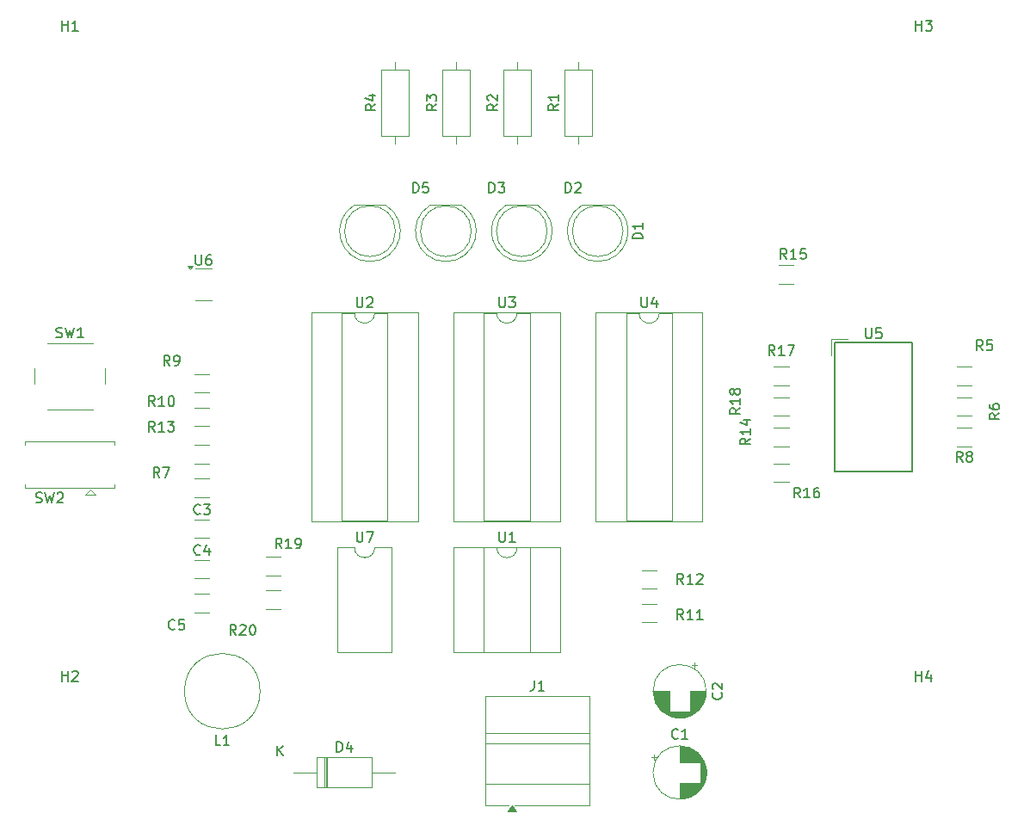
<source format=gbr>
%TF.GenerationSoftware,KiCad,Pcbnew,9.0.3*%
%TF.CreationDate,2025-12-16T09:58:44+01:00*%
%TF.ProjectId,PTP_Teo_Sencar_Project1,5054505f-5465-46f5-9f53-656e6361725f,rev?*%
%TF.SameCoordinates,Original*%
%TF.FileFunction,Legend,Top*%
%TF.FilePolarity,Positive*%
%FSLAX46Y46*%
G04 Gerber Fmt 4.6, Leading zero omitted, Abs format (unit mm)*
G04 Created by KiCad (PCBNEW 9.0.3) date 2025-12-16 09:58:44*
%MOMM*%
%LPD*%
G01*
G04 APERTURE LIST*
%ADD10C,0.150000*%
%ADD11C,0.120000*%
G04 APERTURE END LIST*
D10*
X103666667Y-99407200D02*
X103809524Y-99454819D01*
X103809524Y-99454819D02*
X104047619Y-99454819D01*
X104047619Y-99454819D02*
X104142857Y-99407200D01*
X104142857Y-99407200D02*
X104190476Y-99359580D01*
X104190476Y-99359580D02*
X104238095Y-99264342D01*
X104238095Y-99264342D02*
X104238095Y-99169104D01*
X104238095Y-99169104D02*
X104190476Y-99073866D01*
X104190476Y-99073866D02*
X104142857Y-99026247D01*
X104142857Y-99026247D02*
X104047619Y-98978628D01*
X104047619Y-98978628D02*
X103857143Y-98931009D01*
X103857143Y-98931009D02*
X103761905Y-98883390D01*
X103761905Y-98883390D02*
X103714286Y-98835771D01*
X103714286Y-98835771D02*
X103666667Y-98740533D01*
X103666667Y-98740533D02*
X103666667Y-98645295D01*
X103666667Y-98645295D02*
X103714286Y-98550057D01*
X103714286Y-98550057D02*
X103761905Y-98502438D01*
X103761905Y-98502438D02*
X103857143Y-98454819D01*
X103857143Y-98454819D02*
X104095238Y-98454819D01*
X104095238Y-98454819D02*
X104238095Y-98502438D01*
X104571429Y-98454819D02*
X104809524Y-99454819D01*
X104809524Y-99454819D02*
X105000000Y-98740533D01*
X105000000Y-98740533D02*
X105190476Y-99454819D01*
X105190476Y-99454819D02*
X105428572Y-98454819D01*
X105761905Y-98550057D02*
X105809524Y-98502438D01*
X105809524Y-98502438D02*
X105904762Y-98454819D01*
X105904762Y-98454819D02*
X106142857Y-98454819D01*
X106142857Y-98454819D02*
X106238095Y-98502438D01*
X106238095Y-98502438D02*
X106285714Y-98550057D01*
X106285714Y-98550057D02*
X106333333Y-98645295D01*
X106333333Y-98645295D02*
X106333333Y-98740533D01*
X106333333Y-98740533D02*
X106285714Y-98883390D01*
X106285714Y-98883390D02*
X105714286Y-99454819D01*
X105714286Y-99454819D02*
X106333333Y-99454819D01*
X148261905Y-68954819D02*
X148261905Y-67954819D01*
X148261905Y-67954819D02*
X148500000Y-67954819D01*
X148500000Y-67954819D02*
X148642857Y-68002438D01*
X148642857Y-68002438D02*
X148738095Y-68097676D01*
X148738095Y-68097676D02*
X148785714Y-68192914D01*
X148785714Y-68192914D02*
X148833333Y-68383390D01*
X148833333Y-68383390D02*
X148833333Y-68526247D01*
X148833333Y-68526247D02*
X148785714Y-68716723D01*
X148785714Y-68716723D02*
X148738095Y-68811961D01*
X148738095Y-68811961D02*
X148642857Y-68907200D01*
X148642857Y-68907200D02*
X148500000Y-68954819D01*
X148500000Y-68954819D02*
X148261905Y-68954819D01*
X149166667Y-67954819D02*
X149785714Y-67954819D01*
X149785714Y-67954819D02*
X149452381Y-68335771D01*
X149452381Y-68335771D02*
X149595238Y-68335771D01*
X149595238Y-68335771D02*
X149690476Y-68383390D01*
X149690476Y-68383390D02*
X149738095Y-68431009D01*
X149738095Y-68431009D02*
X149785714Y-68526247D01*
X149785714Y-68526247D02*
X149785714Y-68764342D01*
X149785714Y-68764342D02*
X149738095Y-68859580D01*
X149738095Y-68859580D02*
X149690476Y-68907200D01*
X149690476Y-68907200D02*
X149595238Y-68954819D01*
X149595238Y-68954819D02*
X149309524Y-68954819D01*
X149309524Y-68954819D02*
X149214286Y-68907200D01*
X149214286Y-68907200D02*
X149166667Y-68859580D01*
X105666667Y-83157200D02*
X105809524Y-83204819D01*
X105809524Y-83204819D02*
X106047619Y-83204819D01*
X106047619Y-83204819D02*
X106142857Y-83157200D01*
X106142857Y-83157200D02*
X106190476Y-83109580D01*
X106190476Y-83109580D02*
X106238095Y-83014342D01*
X106238095Y-83014342D02*
X106238095Y-82919104D01*
X106238095Y-82919104D02*
X106190476Y-82823866D01*
X106190476Y-82823866D02*
X106142857Y-82776247D01*
X106142857Y-82776247D02*
X106047619Y-82728628D01*
X106047619Y-82728628D02*
X105857143Y-82681009D01*
X105857143Y-82681009D02*
X105761905Y-82633390D01*
X105761905Y-82633390D02*
X105714286Y-82585771D01*
X105714286Y-82585771D02*
X105666667Y-82490533D01*
X105666667Y-82490533D02*
X105666667Y-82395295D01*
X105666667Y-82395295D02*
X105714286Y-82300057D01*
X105714286Y-82300057D02*
X105761905Y-82252438D01*
X105761905Y-82252438D02*
X105857143Y-82204819D01*
X105857143Y-82204819D02*
X106095238Y-82204819D01*
X106095238Y-82204819D02*
X106238095Y-82252438D01*
X106571429Y-82204819D02*
X106809524Y-83204819D01*
X106809524Y-83204819D02*
X107000000Y-82490533D01*
X107000000Y-82490533D02*
X107190476Y-83204819D01*
X107190476Y-83204819D02*
X107428572Y-82204819D01*
X108333333Y-83204819D02*
X107761905Y-83204819D01*
X108047619Y-83204819D02*
X108047619Y-82204819D01*
X108047619Y-82204819D02*
X107952381Y-82347676D01*
X107952381Y-82347676D02*
X107857143Y-82442914D01*
X107857143Y-82442914D02*
X107761905Y-82490533D01*
X115357142Y-92454819D02*
X115023809Y-91978628D01*
X114785714Y-92454819D02*
X114785714Y-91454819D01*
X114785714Y-91454819D02*
X115166666Y-91454819D01*
X115166666Y-91454819D02*
X115261904Y-91502438D01*
X115261904Y-91502438D02*
X115309523Y-91550057D01*
X115309523Y-91550057D02*
X115357142Y-91645295D01*
X115357142Y-91645295D02*
X115357142Y-91788152D01*
X115357142Y-91788152D02*
X115309523Y-91883390D01*
X115309523Y-91883390D02*
X115261904Y-91931009D01*
X115261904Y-91931009D02*
X115166666Y-91978628D01*
X115166666Y-91978628D02*
X114785714Y-91978628D01*
X116309523Y-92454819D02*
X115738095Y-92454819D01*
X116023809Y-92454819D02*
X116023809Y-91454819D01*
X116023809Y-91454819D02*
X115928571Y-91597676D01*
X115928571Y-91597676D02*
X115833333Y-91692914D01*
X115833333Y-91692914D02*
X115738095Y-91740533D01*
X116642857Y-91454819D02*
X117261904Y-91454819D01*
X117261904Y-91454819D02*
X116928571Y-91835771D01*
X116928571Y-91835771D02*
X117071428Y-91835771D01*
X117071428Y-91835771D02*
X117166666Y-91883390D01*
X117166666Y-91883390D02*
X117214285Y-91931009D01*
X117214285Y-91931009D02*
X117261904Y-92026247D01*
X117261904Y-92026247D02*
X117261904Y-92264342D01*
X117261904Y-92264342D02*
X117214285Y-92359580D01*
X117214285Y-92359580D02*
X117166666Y-92407200D01*
X117166666Y-92407200D02*
X117071428Y-92454819D01*
X117071428Y-92454819D02*
X116785714Y-92454819D01*
X116785714Y-92454819D02*
X116690476Y-92407200D01*
X116690476Y-92407200D02*
X116642857Y-92359580D01*
X194833333Y-95454819D02*
X194500000Y-94978628D01*
X194261905Y-95454819D02*
X194261905Y-94454819D01*
X194261905Y-94454819D02*
X194642857Y-94454819D01*
X194642857Y-94454819D02*
X194738095Y-94502438D01*
X194738095Y-94502438D02*
X194785714Y-94550057D01*
X194785714Y-94550057D02*
X194833333Y-94645295D01*
X194833333Y-94645295D02*
X194833333Y-94788152D01*
X194833333Y-94788152D02*
X194785714Y-94883390D01*
X194785714Y-94883390D02*
X194738095Y-94931009D01*
X194738095Y-94931009D02*
X194642857Y-94978628D01*
X194642857Y-94978628D02*
X194261905Y-94978628D01*
X195404762Y-94883390D02*
X195309524Y-94835771D01*
X195309524Y-94835771D02*
X195261905Y-94788152D01*
X195261905Y-94788152D02*
X195214286Y-94692914D01*
X195214286Y-94692914D02*
X195214286Y-94645295D01*
X195214286Y-94645295D02*
X195261905Y-94550057D01*
X195261905Y-94550057D02*
X195309524Y-94502438D01*
X195309524Y-94502438D02*
X195404762Y-94454819D01*
X195404762Y-94454819D02*
X195595238Y-94454819D01*
X195595238Y-94454819D02*
X195690476Y-94502438D01*
X195690476Y-94502438D02*
X195738095Y-94550057D01*
X195738095Y-94550057D02*
X195785714Y-94645295D01*
X195785714Y-94645295D02*
X195785714Y-94692914D01*
X195785714Y-94692914D02*
X195738095Y-94788152D01*
X195738095Y-94788152D02*
X195690476Y-94835771D01*
X195690476Y-94835771D02*
X195595238Y-94883390D01*
X195595238Y-94883390D02*
X195404762Y-94883390D01*
X195404762Y-94883390D02*
X195309524Y-94931009D01*
X195309524Y-94931009D02*
X195261905Y-94978628D01*
X195261905Y-94978628D02*
X195214286Y-95073866D01*
X195214286Y-95073866D02*
X195214286Y-95264342D01*
X195214286Y-95264342D02*
X195261905Y-95359580D01*
X195261905Y-95359580D02*
X195309524Y-95407200D01*
X195309524Y-95407200D02*
X195404762Y-95454819D01*
X195404762Y-95454819D02*
X195595238Y-95454819D01*
X195595238Y-95454819D02*
X195690476Y-95407200D01*
X195690476Y-95407200D02*
X195738095Y-95359580D01*
X195738095Y-95359580D02*
X195785714Y-95264342D01*
X195785714Y-95264342D02*
X195785714Y-95073866D01*
X195785714Y-95073866D02*
X195738095Y-94978628D01*
X195738095Y-94978628D02*
X195690476Y-94931009D01*
X195690476Y-94931009D02*
X195595238Y-94883390D01*
X115357142Y-89954819D02*
X115023809Y-89478628D01*
X114785714Y-89954819D02*
X114785714Y-88954819D01*
X114785714Y-88954819D02*
X115166666Y-88954819D01*
X115166666Y-88954819D02*
X115261904Y-89002438D01*
X115261904Y-89002438D02*
X115309523Y-89050057D01*
X115309523Y-89050057D02*
X115357142Y-89145295D01*
X115357142Y-89145295D02*
X115357142Y-89288152D01*
X115357142Y-89288152D02*
X115309523Y-89383390D01*
X115309523Y-89383390D02*
X115261904Y-89431009D01*
X115261904Y-89431009D02*
X115166666Y-89478628D01*
X115166666Y-89478628D02*
X114785714Y-89478628D01*
X116309523Y-89954819D02*
X115738095Y-89954819D01*
X116023809Y-89954819D02*
X116023809Y-88954819D01*
X116023809Y-88954819D02*
X115928571Y-89097676D01*
X115928571Y-89097676D02*
X115833333Y-89192914D01*
X115833333Y-89192914D02*
X115738095Y-89240533D01*
X116928571Y-88954819D02*
X117023809Y-88954819D01*
X117023809Y-88954819D02*
X117119047Y-89002438D01*
X117119047Y-89002438D02*
X117166666Y-89050057D01*
X117166666Y-89050057D02*
X117214285Y-89145295D01*
X117214285Y-89145295D02*
X117261904Y-89335771D01*
X117261904Y-89335771D02*
X117261904Y-89573866D01*
X117261904Y-89573866D02*
X117214285Y-89764342D01*
X117214285Y-89764342D02*
X117166666Y-89859580D01*
X117166666Y-89859580D02*
X117119047Y-89907200D01*
X117119047Y-89907200D02*
X117023809Y-89954819D01*
X117023809Y-89954819D02*
X116928571Y-89954819D01*
X116928571Y-89954819D02*
X116833333Y-89907200D01*
X116833333Y-89907200D02*
X116785714Y-89859580D01*
X116785714Y-89859580D02*
X116738095Y-89764342D01*
X116738095Y-89764342D02*
X116690476Y-89573866D01*
X116690476Y-89573866D02*
X116690476Y-89335771D01*
X116690476Y-89335771D02*
X116738095Y-89145295D01*
X116738095Y-89145295D02*
X116785714Y-89050057D01*
X116785714Y-89050057D02*
X116833333Y-89002438D01*
X116833333Y-89002438D02*
X116928571Y-88954819D01*
X176357142Y-84954819D02*
X176023809Y-84478628D01*
X175785714Y-84954819D02*
X175785714Y-83954819D01*
X175785714Y-83954819D02*
X176166666Y-83954819D01*
X176166666Y-83954819D02*
X176261904Y-84002438D01*
X176261904Y-84002438D02*
X176309523Y-84050057D01*
X176309523Y-84050057D02*
X176357142Y-84145295D01*
X176357142Y-84145295D02*
X176357142Y-84288152D01*
X176357142Y-84288152D02*
X176309523Y-84383390D01*
X176309523Y-84383390D02*
X176261904Y-84431009D01*
X176261904Y-84431009D02*
X176166666Y-84478628D01*
X176166666Y-84478628D02*
X175785714Y-84478628D01*
X177309523Y-84954819D02*
X176738095Y-84954819D01*
X177023809Y-84954819D02*
X177023809Y-83954819D01*
X177023809Y-83954819D02*
X176928571Y-84097676D01*
X176928571Y-84097676D02*
X176833333Y-84192914D01*
X176833333Y-84192914D02*
X176738095Y-84240533D01*
X177642857Y-83954819D02*
X178309523Y-83954819D01*
X178309523Y-83954819D02*
X177880952Y-84954819D01*
X190238095Y-117004819D02*
X190238095Y-116004819D01*
X190238095Y-116481009D02*
X190809523Y-116481009D01*
X190809523Y-117004819D02*
X190809523Y-116004819D01*
X191714285Y-116338152D02*
X191714285Y-117004819D01*
X191476190Y-115957200D02*
X191238095Y-116671485D01*
X191238095Y-116671485D02*
X191857142Y-116671485D01*
X119375595Y-75054819D02*
X119375595Y-75864342D01*
X119375595Y-75864342D02*
X119423214Y-75959580D01*
X119423214Y-75959580D02*
X119470833Y-76007200D01*
X119470833Y-76007200D02*
X119566071Y-76054819D01*
X119566071Y-76054819D02*
X119756547Y-76054819D01*
X119756547Y-76054819D02*
X119851785Y-76007200D01*
X119851785Y-76007200D02*
X119899404Y-75959580D01*
X119899404Y-75959580D02*
X119947023Y-75864342D01*
X119947023Y-75864342D02*
X119947023Y-75054819D01*
X120851785Y-75054819D02*
X120661309Y-75054819D01*
X120661309Y-75054819D02*
X120566071Y-75102438D01*
X120566071Y-75102438D02*
X120518452Y-75150057D01*
X120518452Y-75150057D02*
X120423214Y-75292914D01*
X120423214Y-75292914D02*
X120375595Y-75483390D01*
X120375595Y-75483390D02*
X120375595Y-75864342D01*
X120375595Y-75864342D02*
X120423214Y-75959580D01*
X120423214Y-75959580D02*
X120470833Y-76007200D01*
X120470833Y-76007200D02*
X120566071Y-76054819D01*
X120566071Y-76054819D02*
X120756547Y-76054819D01*
X120756547Y-76054819D02*
X120851785Y-76007200D01*
X120851785Y-76007200D02*
X120899404Y-75959580D01*
X120899404Y-75959580D02*
X120947023Y-75864342D01*
X120947023Y-75864342D02*
X120947023Y-75626247D01*
X120947023Y-75626247D02*
X120899404Y-75531009D01*
X120899404Y-75531009D02*
X120851785Y-75483390D01*
X120851785Y-75483390D02*
X120756547Y-75435771D01*
X120756547Y-75435771D02*
X120566071Y-75435771D01*
X120566071Y-75435771D02*
X120470833Y-75483390D01*
X120470833Y-75483390D02*
X120423214Y-75531009D01*
X120423214Y-75531009D02*
X120375595Y-75626247D01*
X198454819Y-90666666D02*
X197978628Y-90999999D01*
X198454819Y-91238094D02*
X197454819Y-91238094D01*
X197454819Y-91238094D02*
X197454819Y-90857142D01*
X197454819Y-90857142D02*
X197502438Y-90761904D01*
X197502438Y-90761904D02*
X197550057Y-90714285D01*
X197550057Y-90714285D02*
X197645295Y-90666666D01*
X197645295Y-90666666D02*
X197788152Y-90666666D01*
X197788152Y-90666666D02*
X197883390Y-90714285D01*
X197883390Y-90714285D02*
X197931009Y-90761904D01*
X197931009Y-90761904D02*
X197978628Y-90857142D01*
X197978628Y-90857142D02*
X197978628Y-91238094D01*
X197454819Y-89809523D02*
X197454819Y-89999999D01*
X197454819Y-89999999D02*
X197502438Y-90095237D01*
X197502438Y-90095237D02*
X197550057Y-90142856D01*
X197550057Y-90142856D02*
X197692914Y-90238094D01*
X197692914Y-90238094D02*
X197883390Y-90285713D01*
X197883390Y-90285713D02*
X198264342Y-90285713D01*
X198264342Y-90285713D02*
X198359580Y-90238094D01*
X198359580Y-90238094D02*
X198407200Y-90190475D01*
X198407200Y-90190475D02*
X198454819Y-90095237D01*
X198454819Y-90095237D02*
X198454819Y-89904761D01*
X198454819Y-89904761D02*
X198407200Y-89809523D01*
X198407200Y-89809523D02*
X198359580Y-89761904D01*
X198359580Y-89761904D02*
X198264342Y-89714285D01*
X198264342Y-89714285D02*
X198026247Y-89714285D01*
X198026247Y-89714285D02*
X197931009Y-89761904D01*
X197931009Y-89761904D02*
X197883390Y-89809523D01*
X197883390Y-89809523D02*
X197835771Y-89904761D01*
X197835771Y-89904761D02*
X197835771Y-90095237D01*
X197835771Y-90095237D02*
X197883390Y-90190475D01*
X197883390Y-90190475D02*
X197931009Y-90238094D01*
X197931009Y-90238094D02*
X198026247Y-90285713D01*
X143084819Y-60246666D02*
X142608628Y-60579999D01*
X143084819Y-60818094D02*
X142084819Y-60818094D01*
X142084819Y-60818094D02*
X142084819Y-60437142D01*
X142084819Y-60437142D02*
X142132438Y-60341904D01*
X142132438Y-60341904D02*
X142180057Y-60294285D01*
X142180057Y-60294285D02*
X142275295Y-60246666D01*
X142275295Y-60246666D02*
X142418152Y-60246666D01*
X142418152Y-60246666D02*
X142513390Y-60294285D01*
X142513390Y-60294285D02*
X142561009Y-60341904D01*
X142561009Y-60341904D02*
X142608628Y-60437142D01*
X142608628Y-60437142D02*
X142608628Y-60818094D01*
X142084819Y-59913332D02*
X142084819Y-59294285D01*
X142084819Y-59294285D02*
X142465771Y-59627618D01*
X142465771Y-59627618D02*
X142465771Y-59484761D01*
X142465771Y-59484761D02*
X142513390Y-59389523D01*
X142513390Y-59389523D02*
X142561009Y-59341904D01*
X142561009Y-59341904D02*
X142656247Y-59294285D01*
X142656247Y-59294285D02*
X142894342Y-59294285D01*
X142894342Y-59294285D02*
X142989580Y-59341904D01*
X142989580Y-59341904D02*
X143037200Y-59389523D01*
X143037200Y-59389523D02*
X143084819Y-59484761D01*
X143084819Y-59484761D02*
X143084819Y-59770475D01*
X143084819Y-59770475D02*
X143037200Y-59865713D01*
X143037200Y-59865713D02*
X142989580Y-59913332D01*
X171109580Y-118166666D02*
X171157200Y-118214285D01*
X171157200Y-118214285D02*
X171204819Y-118357142D01*
X171204819Y-118357142D02*
X171204819Y-118452380D01*
X171204819Y-118452380D02*
X171157200Y-118595237D01*
X171157200Y-118595237D02*
X171061961Y-118690475D01*
X171061961Y-118690475D02*
X170966723Y-118738094D01*
X170966723Y-118738094D02*
X170776247Y-118785713D01*
X170776247Y-118785713D02*
X170633390Y-118785713D01*
X170633390Y-118785713D02*
X170442914Y-118738094D01*
X170442914Y-118738094D02*
X170347676Y-118690475D01*
X170347676Y-118690475D02*
X170252438Y-118595237D01*
X170252438Y-118595237D02*
X170204819Y-118452380D01*
X170204819Y-118452380D02*
X170204819Y-118357142D01*
X170204819Y-118357142D02*
X170252438Y-118214285D01*
X170252438Y-118214285D02*
X170300057Y-118166666D01*
X170300057Y-117785713D02*
X170252438Y-117738094D01*
X170252438Y-117738094D02*
X170204819Y-117642856D01*
X170204819Y-117642856D02*
X170204819Y-117404761D01*
X170204819Y-117404761D02*
X170252438Y-117309523D01*
X170252438Y-117309523D02*
X170300057Y-117261904D01*
X170300057Y-117261904D02*
X170395295Y-117214285D01*
X170395295Y-117214285D02*
X170490533Y-117214285D01*
X170490533Y-117214285D02*
X170633390Y-117261904D01*
X170633390Y-117261904D02*
X171204819Y-117833332D01*
X171204819Y-117833332D02*
X171204819Y-117214285D01*
X127857142Y-103954819D02*
X127523809Y-103478628D01*
X127285714Y-103954819D02*
X127285714Y-102954819D01*
X127285714Y-102954819D02*
X127666666Y-102954819D01*
X127666666Y-102954819D02*
X127761904Y-103002438D01*
X127761904Y-103002438D02*
X127809523Y-103050057D01*
X127809523Y-103050057D02*
X127857142Y-103145295D01*
X127857142Y-103145295D02*
X127857142Y-103288152D01*
X127857142Y-103288152D02*
X127809523Y-103383390D01*
X127809523Y-103383390D02*
X127761904Y-103431009D01*
X127761904Y-103431009D02*
X127666666Y-103478628D01*
X127666666Y-103478628D02*
X127285714Y-103478628D01*
X128809523Y-103954819D02*
X128238095Y-103954819D01*
X128523809Y-103954819D02*
X128523809Y-102954819D01*
X128523809Y-102954819D02*
X128428571Y-103097676D01*
X128428571Y-103097676D02*
X128333333Y-103192914D01*
X128333333Y-103192914D02*
X128238095Y-103240533D01*
X129285714Y-103954819D02*
X129476190Y-103954819D01*
X129476190Y-103954819D02*
X129571428Y-103907200D01*
X129571428Y-103907200D02*
X129619047Y-103859580D01*
X129619047Y-103859580D02*
X129714285Y-103716723D01*
X129714285Y-103716723D02*
X129761904Y-103526247D01*
X129761904Y-103526247D02*
X129761904Y-103145295D01*
X129761904Y-103145295D02*
X129714285Y-103050057D01*
X129714285Y-103050057D02*
X129666666Y-103002438D01*
X129666666Y-103002438D02*
X129571428Y-102954819D01*
X129571428Y-102954819D02*
X129380952Y-102954819D01*
X129380952Y-102954819D02*
X129285714Y-103002438D01*
X129285714Y-103002438D02*
X129238095Y-103050057D01*
X129238095Y-103050057D02*
X129190476Y-103145295D01*
X129190476Y-103145295D02*
X129190476Y-103383390D01*
X129190476Y-103383390D02*
X129238095Y-103478628D01*
X129238095Y-103478628D02*
X129285714Y-103526247D01*
X129285714Y-103526247D02*
X129380952Y-103573866D01*
X129380952Y-103573866D02*
X129571428Y-103573866D01*
X129571428Y-103573866D02*
X129666666Y-103526247D01*
X129666666Y-103526247D02*
X129714285Y-103478628D01*
X129714285Y-103478628D02*
X129761904Y-103383390D01*
X177534206Y-75454819D02*
X177200873Y-74978628D01*
X176962778Y-75454819D02*
X176962778Y-74454819D01*
X176962778Y-74454819D02*
X177343730Y-74454819D01*
X177343730Y-74454819D02*
X177438968Y-74502438D01*
X177438968Y-74502438D02*
X177486587Y-74550057D01*
X177486587Y-74550057D02*
X177534206Y-74645295D01*
X177534206Y-74645295D02*
X177534206Y-74788152D01*
X177534206Y-74788152D02*
X177486587Y-74883390D01*
X177486587Y-74883390D02*
X177438968Y-74931009D01*
X177438968Y-74931009D02*
X177343730Y-74978628D01*
X177343730Y-74978628D02*
X176962778Y-74978628D01*
X178486587Y-75454819D02*
X177915159Y-75454819D01*
X178200873Y-75454819D02*
X178200873Y-74454819D01*
X178200873Y-74454819D02*
X178105635Y-74597676D01*
X178105635Y-74597676D02*
X178010397Y-74692914D01*
X178010397Y-74692914D02*
X177915159Y-74740533D01*
X179391349Y-74454819D02*
X178915159Y-74454819D01*
X178915159Y-74454819D02*
X178867540Y-74931009D01*
X178867540Y-74931009D02*
X178915159Y-74883390D01*
X178915159Y-74883390D02*
X179010397Y-74835771D01*
X179010397Y-74835771D02*
X179248492Y-74835771D01*
X179248492Y-74835771D02*
X179343730Y-74883390D01*
X179343730Y-74883390D02*
X179391349Y-74931009D01*
X179391349Y-74931009D02*
X179438968Y-75026247D01*
X179438968Y-75026247D02*
X179438968Y-75264342D01*
X179438968Y-75264342D02*
X179391349Y-75359580D01*
X179391349Y-75359580D02*
X179343730Y-75407200D01*
X179343730Y-75407200D02*
X179248492Y-75454819D01*
X179248492Y-75454819D02*
X179010397Y-75454819D01*
X179010397Y-75454819D02*
X178915159Y-75407200D01*
X178915159Y-75407200D02*
X178867540Y-75359580D01*
X135243095Y-102314819D02*
X135243095Y-103124342D01*
X135243095Y-103124342D02*
X135290714Y-103219580D01*
X135290714Y-103219580D02*
X135338333Y-103267200D01*
X135338333Y-103267200D02*
X135433571Y-103314819D01*
X135433571Y-103314819D02*
X135624047Y-103314819D01*
X135624047Y-103314819D02*
X135719285Y-103267200D01*
X135719285Y-103267200D02*
X135766904Y-103219580D01*
X135766904Y-103219580D02*
X135814523Y-103124342D01*
X135814523Y-103124342D02*
X135814523Y-102314819D01*
X136195476Y-102314819D02*
X136862142Y-102314819D01*
X136862142Y-102314819D02*
X136433571Y-103314819D01*
X137084819Y-60246666D02*
X136608628Y-60579999D01*
X137084819Y-60818094D02*
X136084819Y-60818094D01*
X136084819Y-60818094D02*
X136084819Y-60437142D01*
X136084819Y-60437142D02*
X136132438Y-60341904D01*
X136132438Y-60341904D02*
X136180057Y-60294285D01*
X136180057Y-60294285D02*
X136275295Y-60246666D01*
X136275295Y-60246666D02*
X136418152Y-60246666D01*
X136418152Y-60246666D02*
X136513390Y-60294285D01*
X136513390Y-60294285D02*
X136561009Y-60341904D01*
X136561009Y-60341904D02*
X136608628Y-60437142D01*
X136608628Y-60437142D02*
X136608628Y-60818094D01*
X136418152Y-59389523D02*
X137084819Y-59389523D01*
X136037200Y-59627618D02*
X136751485Y-59865713D01*
X136751485Y-59865713D02*
X136751485Y-59246666D01*
X149238095Y-79234819D02*
X149238095Y-80044342D01*
X149238095Y-80044342D02*
X149285714Y-80139580D01*
X149285714Y-80139580D02*
X149333333Y-80187200D01*
X149333333Y-80187200D02*
X149428571Y-80234819D01*
X149428571Y-80234819D02*
X149619047Y-80234819D01*
X149619047Y-80234819D02*
X149714285Y-80187200D01*
X149714285Y-80187200D02*
X149761904Y-80139580D01*
X149761904Y-80139580D02*
X149809523Y-80044342D01*
X149809523Y-80044342D02*
X149809523Y-79234819D01*
X150190476Y-79234819D02*
X150809523Y-79234819D01*
X150809523Y-79234819D02*
X150476190Y-79615771D01*
X150476190Y-79615771D02*
X150619047Y-79615771D01*
X150619047Y-79615771D02*
X150714285Y-79663390D01*
X150714285Y-79663390D02*
X150761904Y-79711009D01*
X150761904Y-79711009D02*
X150809523Y-79806247D01*
X150809523Y-79806247D02*
X150809523Y-80044342D01*
X150809523Y-80044342D02*
X150761904Y-80139580D01*
X150761904Y-80139580D02*
X150714285Y-80187200D01*
X150714285Y-80187200D02*
X150619047Y-80234819D01*
X150619047Y-80234819D02*
X150333333Y-80234819D01*
X150333333Y-80234819D02*
X150238095Y-80187200D01*
X150238095Y-80187200D02*
X150190476Y-80139580D01*
X190238095Y-53004819D02*
X190238095Y-52004819D01*
X190238095Y-52481009D02*
X190809523Y-52481009D01*
X190809523Y-53004819D02*
X190809523Y-52004819D01*
X191190476Y-52004819D02*
X191809523Y-52004819D01*
X191809523Y-52004819D02*
X191476190Y-52385771D01*
X191476190Y-52385771D02*
X191619047Y-52385771D01*
X191619047Y-52385771D02*
X191714285Y-52433390D01*
X191714285Y-52433390D02*
X191761904Y-52481009D01*
X191761904Y-52481009D02*
X191809523Y-52576247D01*
X191809523Y-52576247D02*
X191809523Y-52814342D01*
X191809523Y-52814342D02*
X191761904Y-52909580D01*
X191761904Y-52909580D02*
X191714285Y-52957200D01*
X191714285Y-52957200D02*
X191619047Y-53004819D01*
X191619047Y-53004819D02*
X191333333Y-53004819D01*
X191333333Y-53004819D02*
X191238095Y-52957200D01*
X191238095Y-52957200D02*
X191190476Y-52909580D01*
X106238095Y-53004819D02*
X106238095Y-52004819D01*
X106238095Y-52481009D02*
X106809523Y-52481009D01*
X106809523Y-53004819D02*
X106809523Y-52004819D01*
X107809523Y-53004819D02*
X107238095Y-53004819D01*
X107523809Y-53004819D02*
X107523809Y-52004819D01*
X107523809Y-52004819D02*
X107428571Y-52147676D01*
X107428571Y-52147676D02*
X107333333Y-52242914D01*
X107333333Y-52242914D02*
X107238095Y-52290533D01*
X163238095Y-79234819D02*
X163238095Y-80044342D01*
X163238095Y-80044342D02*
X163285714Y-80139580D01*
X163285714Y-80139580D02*
X163333333Y-80187200D01*
X163333333Y-80187200D02*
X163428571Y-80234819D01*
X163428571Y-80234819D02*
X163619047Y-80234819D01*
X163619047Y-80234819D02*
X163714285Y-80187200D01*
X163714285Y-80187200D02*
X163761904Y-80139580D01*
X163761904Y-80139580D02*
X163809523Y-80044342D01*
X163809523Y-80044342D02*
X163809523Y-79234819D01*
X164714285Y-79568152D02*
X164714285Y-80234819D01*
X164476190Y-79187200D02*
X164238095Y-79901485D01*
X164238095Y-79901485D02*
X164857142Y-79901485D01*
X149238095Y-102314819D02*
X149238095Y-103124342D01*
X149238095Y-103124342D02*
X149285714Y-103219580D01*
X149285714Y-103219580D02*
X149333333Y-103267200D01*
X149333333Y-103267200D02*
X149428571Y-103314819D01*
X149428571Y-103314819D02*
X149619047Y-103314819D01*
X149619047Y-103314819D02*
X149714285Y-103267200D01*
X149714285Y-103267200D02*
X149761904Y-103219580D01*
X149761904Y-103219580D02*
X149809523Y-103124342D01*
X149809523Y-103124342D02*
X149809523Y-102314819D01*
X150809523Y-103314819D02*
X150238095Y-103314819D01*
X150523809Y-103314819D02*
X150523809Y-102314819D01*
X150523809Y-102314819D02*
X150428571Y-102457676D01*
X150428571Y-102457676D02*
X150333333Y-102552914D01*
X150333333Y-102552914D02*
X150238095Y-102600533D01*
X173954819Y-93142857D02*
X173478628Y-93476190D01*
X173954819Y-93714285D02*
X172954819Y-93714285D01*
X172954819Y-93714285D02*
X172954819Y-93333333D01*
X172954819Y-93333333D02*
X173002438Y-93238095D01*
X173002438Y-93238095D02*
X173050057Y-93190476D01*
X173050057Y-93190476D02*
X173145295Y-93142857D01*
X173145295Y-93142857D02*
X173288152Y-93142857D01*
X173288152Y-93142857D02*
X173383390Y-93190476D01*
X173383390Y-93190476D02*
X173431009Y-93238095D01*
X173431009Y-93238095D02*
X173478628Y-93333333D01*
X173478628Y-93333333D02*
X173478628Y-93714285D01*
X173954819Y-92190476D02*
X173954819Y-92761904D01*
X173954819Y-92476190D02*
X172954819Y-92476190D01*
X172954819Y-92476190D02*
X173097676Y-92571428D01*
X173097676Y-92571428D02*
X173192914Y-92666666D01*
X173192914Y-92666666D02*
X173240533Y-92761904D01*
X173288152Y-91333333D02*
X173954819Y-91333333D01*
X172907200Y-91571428D02*
X173621485Y-91809523D01*
X173621485Y-91809523D02*
X173621485Y-91190476D01*
X166833333Y-122609580D02*
X166785714Y-122657200D01*
X166785714Y-122657200D02*
X166642857Y-122704819D01*
X166642857Y-122704819D02*
X166547619Y-122704819D01*
X166547619Y-122704819D02*
X166404762Y-122657200D01*
X166404762Y-122657200D02*
X166309524Y-122561961D01*
X166309524Y-122561961D02*
X166261905Y-122466723D01*
X166261905Y-122466723D02*
X166214286Y-122276247D01*
X166214286Y-122276247D02*
X166214286Y-122133390D01*
X166214286Y-122133390D02*
X166261905Y-121942914D01*
X166261905Y-121942914D02*
X166309524Y-121847676D01*
X166309524Y-121847676D02*
X166404762Y-121752438D01*
X166404762Y-121752438D02*
X166547619Y-121704819D01*
X166547619Y-121704819D02*
X166642857Y-121704819D01*
X166642857Y-121704819D02*
X166785714Y-121752438D01*
X166785714Y-121752438D02*
X166833333Y-121800057D01*
X167785714Y-122704819D02*
X167214286Y-122704819D01*
X167500000Y-122704819D02*
X167500000Y-121704819D01*
X167500000Y-121704819D02*
X167404762Y-121847676D01*
X167404762Y-121847676D02*
X167309524Y-121942914D01*
X167309524Y-121942914D02*
X167214286Y-121990533D01*
X185310595Y-82278319D02*
X185310595Y-83087842D01*
X185310595Y-83087842D02*
X185358214Y-83183080D01*
X185358214Y-83183080D02*
X185405833Y-83230700D01*
X185405833Y-83230700D02*
X185501071Y-83278319D01*
X185501071Y-83278319D02*
X185691547Y-83278319D01*
X185691547Y-83278319D02*
X185786785Y-83230700D01*
X185786785Y-83230700D02*
X185834404Y-83183080D01*
X185834404Y-83183080D02*
X185882023Y-83087842D01*
X185882023Y-83087842D02*
X185882023Y-82278319D01*
X186834404Y-82278319D02*
X186358214Y-82278319D01*
X186358214Y-82278319D02*
X186310595Y-82754509D01*
X186310595Y-82754509D02*
X186358214Y-82706890D01*
X186358214Y-82706890D02*
X186453452Y-82659271D01*
X186453452Y-82659271D02*
X186691547Y-82659271D01*
X186691547Y-82659271D02*
X186786785Y-82706890D01*
X186786785Y-82706890D02*
X186834404Y-82754509D01*
X186834404Y-82754509D02*
X186882023Y-82849747D01*
X186882023Y-82849747D02*
X186882023Y-83087842D01*
X186882023Y-83087842D02*
X186834404Y-83183080D01*
X186834404Y-83183080D02*
X186786785Y-83230700D01*
X186786785Y-83230700D02*
X186691547Y-83278319D01*
X186691547Y-83278319D02*
X186453452Y-83278319D01*
X186453452Y-83278319D02*
X186358214Y-83230700D01*
X186358214Y-83230700D02*
X186310595Y-83183080D01*
X155761905Y-68954819D02*
X155761905Y-67954819D01*
X155761905Y-67954819D02*
X156000000Y-67954819D01*
X156000000Y-67954819D02*
X156142857Y-68002438D01*
X156142857Y-68002438D02*
X156238095Y-68097676D01*
X156238095Y-68097676D02*
X156285714Y-68192914D01*
X156285714Y-68192914D02*
X156333333Y-68383390D01*
X156333333Y-68383390D02*
X156333333Y-68526247D01*
X156333333Y-68526247D02*
X156285714Y-68716723D01*
X156285714Y-68716723D02*
X156238095Y-68811961D01*
X156238095Y-68811961D02*
X156142857Y-68907200D01*
X156142857Y-68907200D02*
X156000000Y-68954819D01*
X156000000Y-68954819D02*
X155761905Y-68954819D01*
X156714286Y-68050057D02*
X156761905Y-68002438D01*
X156761905Y-68002438D02*
X156857143Y-67954819D01*
X156857143Y-67954819D02*
X157095238Y-67954819D01*
X157095238Y-67954819D02*
X157190476Y-68002438D01*
X157190476Y-68002438D02*
X157238095Y-68050057D01*
X157238095Y-68050057D02*
X157285714Y-68145295D01*
X157285714Y-68145295D02*
X157285714Y-68240533D01*
X157285714Y-68240533D02*
X157238095Y-68383390D01*
X157238095Y-68383390D02*
X156666667Y-68954819D01*
X156666667Y-68954819D02*
X157285714Y-68954819D01*
X133261905Y-123984819D02*
X133261905Y-122984819D01*
X133261905Y-122984819D02*
X133500000Y-122984819D01*
X133500000Y-122984819D02*
X133642857Y-123032438D01*
X133642857Y-123032438D02*
X133738095Y-123127676D01*
X133738095Y-123127676D02*
X133785714Y-123222914D01*
X133785714Y-123222914D02*
X133833333Y-123413390D01*
X133833333Y-123413390D02*
X133833333Y-123556247D01*
X133833333Y-123556247D02*
X133785714Y-123746723D01*
X133785714Y-123746723D02*
X133738095Y-123841961D01*
X133738095Y-123841961D02*
X133642857Y-123937200D01*
X133642857Y-123937200D02*
X133500000Y-123984819D01*
X133500000Y-123984819D02*
X133261905Y-123984819D01*
X134690476Y-123318152D02*
X134690476Y-123984819D01*
X134452381Y-122937200D02*
X134214286Y-123651485D01*
X134214286Y-123651485D02*
X134833333Y-123651485D01*
X127388095Y-124354819D02*
X127388095Y-123354819D01*
X127959523Y-124354819D02*
X127530952Y-123783390D01*
X127959523Y-123354819D02*
X127388095Y-123926247D01*
X119833333Y-100509580D02*
X119785714Y-100557200D01*
X119785714Y-100557200D02*
X119642857Y-100604819D01*
X119642857Y-100604819D02*
X119547619Y-100604819D01*
X119547619Y-100604819D02*
X119404762Y-100557200D01*
X119404762Y-100557200D02*
X119309524Y-100461961D01*
X119309524Y-100461961D02*
X119261905Y-100366723D01*
X119261905Y-100366723D02*
X119214286Y-100176247D01*
X119214286Y-100176247D02*
X119214286Y-100033390D01*
X119214286Y-100033390D02*
X119261905Y-99842914D01*
X119261905Y-99842914D02*
X119309524Y-99747676D01*
X119309524Y-99747676D02*
X119404762Y-99652438D01*
X119404762Y-99652438D02*
X119547619Y-99604819D01*
X119547619Y-99604819D02*
X119642857Y-99604819D01*
X119642857Y-99604819D02*
X119785714Y-99652438D01*
X119785714Y-99652438D02*
X119833333Y-99700057D01*
X120166667Y-99604819D02*
X120785714Y-99604819D01*
X120785714Y-99604819D02*
X120452381Y-99985771D01*
X120452381Y-99985771D02*
X120595238Y-99985771D01*
X120595238Y-99985771D02*
X120690476Y-100033390D01*
X120690476Y-100033390D02*
X120738095Y-100081009D01*
X120738095Y-100081009D02*
X120785714Y-100176247D01*
X120785714Y-100176247D02*
X120785714Y-100414342D01*
X120785714Y-100414342D02*
X120738095Y-100509580D01*
X120738095Y-100509580D02*
X120690476Y-100557200D01*
X120690476Y-100557200D02*
X120595238Y-100604819D01*
X120595238Y-100604819D02*
X120309524Y-100604819D01*
X120309524Y-100604819D02*
X120214286Y-100557200D01*
X120214286Y-100557200D02*
X120166667Y-100509580D01*
X196833333Y-84454819D02*
X196500000Y-83978628D01*
X196261905Y-84454819D02*
X196261905Y-83454819D01*
X196261905Y-83454819D02*
X196642857Y-83454819D01*
X196642857Y-83454819D02*
X196738095Y-83502438D01*
X196738095Y-83502438D02*
X196785714Y-83550057D01*
X196785714Y-83550057D02*
X196833333Y-83645295D01*
X196833333Y-83645295D02*
X196833333Y-83788152D01*
X196833333Y-83788152D02*
X196785714Y-83883390D01*
X196785714Y-83883390D02*
X196738095Y-83931009D01*
X196738095Y-83931009D02*
X196642857Y-83978628D01*
X196642857Y-83978628D02*
X196261905Y-83978628D01*
X197738095Y-83454819D02*
X197261905Y-83454819D01*
X197261905Y-83454819D02*
X197214286Y-83931009D01*
X197214286Y-83931009D02*
X197261905Y-83883390D01*
X197261905Y-83883390D02*
X197357143Y-83835771D01*
X197357143Y-83835771D02*
X197595238Y-83835771D01*
X197595238Y-83835771D02*
X197690476Y-83883390D01*
X197690476Y-83883390D02*
X197738095Y-83931009D01*
X197738095Y-83931009D02*
X197785714Y-84026247D01*
X197785714Y-84026247D02*
X197785714Y-84264342D01*
X197785714Y-84264342D02*
X197738095Y-84359580D01*
X197738095Y-84359580D02*
X197690476Y-84407200D01*
X197690476Y-84407200D02*
X197595238Y-84454819D01*
X197595238Y-84454819D02*
X197357143Y-84454819D01*
X197357143Y-84454819D02*
X197261905Y-84407200D01*
X197261905Y-84407200D02*
X197214286Y-84359580D01*
X119833333Y-104509580D02*
X119785714Y-104557200D01*
X119785714Y-104557200D02*
X119642857Y-104604819D01*
X119642857Y-104604819D02*
X119547619Y-104604819D01*
X119547619Y-104604819D02*
X119404762Y-104557200D01*
X119404762Y-104557200D02*
X119309524Y-104461961D01*
X119309524Y-104461961D02*
X119261905Y-104366723D01*
X119261905Y-104366723D02*
X119214286Y-104176247D01*
X119214286Y-104176247D02*
X119214286Y-104033390D01*
X119214286Y-104033390D02*
X119261905Y-103842914D01*
X119261905Y-103842914D02*
X119309524Y-103747676D01*
X119309524Y-103747676D02*
X119404762Y-103652438D01*
X119404762Y-103652438D02*
X119547619Y-103604819D01*
X119547619Y-103604819D02*
X119642857Y-103604819D01*
X119642857Y-103604819D02*
X119785714Y-103652438D01*
X119785714Y-103652438D02*
X119833333Y-103700057D01*
X120690476Y-103938152D02*
X120690476Y-104604819D01*
X120452381Y-103557200D02*
X120214286Y-104271485D01*
X120214286Y-104271485D02*
X120833333Y-104271485D01*
X149084819Y-60246666D02*
X148608628Y-60579999D01*
X149084819Y-60818094D02*
X148084819Y-60818094D01*
X148084819Y-60818094D02*
X148084819Y-60437142D01*
X148084819Y-60437142D02*
X148132438Y-60341904D01*
X148132438Y-60341904D02*
X148180057Y-60294285D01*
X148180057Y-60294285D02*
X148275295Y-60246666D01*
X148275295Y-60246666D02*
X148418152Y-60246666D01*
X148418152Y-60246666D02*
X148513390Y-60294285D01*
X148513390Y-60294285D02*
X148561009Y-60341904D01*
X148561009Y-60341904D02*
X148608628Y-60437142D01*
X148608628Y-60437142D02*
X148608628Y-60818094D01*
X148180057Y-59865713D02*
X148132438Y-59818094D01*
X148132438Y-59818094D02*
X148084819Y-59722856D01*
X148084819Y-59722856D02*
X148084819Y-59484761D01*
X148084819Y-59484761D02*
X148132438Y-59389523D01*
X148132438Y-59389523D02*
X148180057Y-59341904D01*
X148180057Y-59341904D02*
X148275295Y-59294285D01*
X148275295Y-59294285D02*
X148370533Y-59294285D01*
X148370533Y-59294285D02*
X148513390Y-59341904D01*
X148513390Y-59341904D02*
X149084819Y-59913332D01*
X149084819Y-59913332D02*
X149084819Y-59294285D01*
X167357142Y-110954819D02*
X167023809Y-110478628D01*
X166785714Y-110954819D02*
X166785714Y-109954819D01*
X166785714Y-109954819D02*
X167166666Y-109954819D01*
X167166666Y-109954819D02*
X167261904Y-110002438D01*
X167261904Y-110002438D02*
X167309523Y-110050057D01*
X167309523Y-110050057D02*
X167357142Y-110145295D01*
X167357142Y-110145295D02*
X167357142Y-110288152D01*
X167357142Y-110288152D02*
X167309523Y-110383390D01*
X167309523Y-110383390D02*
X167261904Y-110431009D01*
X167261904Y-110431009D02*
X167166666Y-110478628D01*
X167166666Y-110478628D02*
X166785714Y-110478628D01*
X168309523Y-110954819D02*
X167738095Y-110954819D01*
X168023809Y-110954819D02*
X168023809Y-109954819D01*
X168023809Y-109954819D02*
X167928571Y-110097676D01*
X167928571Y-110097676D02*
X167833333Y-110192914D01*
X167833333Y-110192914D02*
X167738095Y-110240533D01*
X169261904Y-110954819D02*
X168690476Y-110954819D01*
X168976190Y-110954819D02*
X168976190Y-109954819D01*
X168976190Y-109954819D02*
X168880952Y-110097676D01*
X168880952Y-110097676D02*
X168785714Y-110192914D01*
X168785714Y-110192914D02*
X168690476Y-110240533D01*
X178857142Y-98954819D02*
X178523809Y-98478628D01*
X178285714Y-98954819D02*
X178285714Y-97954819D01*
X178285714Y-97954819D02*
X178666666Y-97954819D01*
X178666666Y-97954819D02*
X178761904Y-98002438D01*
X178761904Y-98002438D02*
X178809523Y-98050057D01*
X178809523Y-98050057D02*
X178857142Y-98145295D01*
X178857142Y-98145295D02*
X178857142Y-98288152D01*
X178857142Y-98288152D02*
X178809523Y-98383390D01*
X178809523Y-98383390D02*
X178761904Y-98431009D01*
X178761904Y-98431009D02*
X178666666Y-98478628D01*
X178666666Y-98478628D02*
X178285714Y-98478628D01*
X179809523Y-98954819D02*
X179238095Y-98954819D01*
X179523809Y-98954819D02*
X179523809Y-97954819D01*
X179523809Y-97954819D02*
X179428571Y-98097676D01*
X179428571Y-98097676D02*
X179333333Y-98192914D01*
X179333333Y-98192914D02*
X179238095Y-98240533D01*
X180666666Y-97954819D02*
X180476190Y-97954819D01*
X180476190Y-97954819D02*
X180380952Y-98002438D01*
X180380952Y-98002438D02*
X180333333Y-98050057D01*
X180333333Y-98050057D02*
X180238095Y-98192914D01*
X180238095Y-98192914D02*
X180190476Y-98383390D01*
X180190476Y-98383390D02*
X180190476Y-98764342D01*
X180190476Y-98764342D02*
X180238095Y-98859580D01*
X180238095Y-98859580D02*
X180285714Y-98907200D01*
X180285714Y-98907200D02*
X180380952Y-98954819D01*
X180380952Y-98954819D02*
X180571428Y-98954819D01*
X180571428Y-98954819D02*
X180666666Y-98907200D01*
X180666666Y-98907200D02*
X180714285Y-98859580D01*
X180714285Y-98859580D02*
X180761904Y-98764342D01*
X180761904Y-98764342D02*
X180761904Y-98526247D01*
X180761904Y-98526247D02*
X180714285Y-98431009D01*
X180714285Y-98431009D02*
X180666666Y-98383390D01*
X180666666Y-98383390D02*
X180571428Y-98335771D01*
X180571428Y-98335771D02*
X180380952Y-98335771D01*
X180380952Y-98335771D02*
X180285714Y-98383390D01*
X180285714Y-98383390D02*
X180238095Y-98431009D01*
X180238095Y-98431009D02*
X180190476Y-98526247D01*
X106238095Y-117004819D02*
X106238095Y-116004819D01*
X106238095Y-116481009D02*
X106809523Y-116481009D01*
X106809523Y-117004819D02*
X106809523Y-116004819D01*
X107238095Y-116100057D02*
X107285714Y-116052438D01*
X107285714Y-116052438D02*
X107380952Y-116004819D01*
X107380952Y-116004819D02*
X107619047Y-116004819D01*
X107619047Y-116004819D02*
X107714285Y-116052438D01*
X107714285Y-116052438D02*
X107761904Y-116100057D01*
X107761904Y-116100057D02*
X107809523Y-116195295D01*
X107809523Y-116195295D02*
X107809523Y-116290533D01*
X107809523Y-116290533D02*
X107761904Y-116433390D01*
X107761904Y-116433390D02*
X107190476Y-117004819D01*
X107190476Y-117004819D02*
X107809523Y-117004819D01*
X123357142Y-112454819D02*
X123023809Y-111978628D01*
X122785714Y-112454819D02*
X122785714Y-111454819D01*
X122785714Y-111454819D02*
X123166666Y-111454819D01*
X123166666Y-111454819D02*
X123261904Y-111502438D01*
X123261904Y-111502438D02*
X123309523Y-111550057D01*
X123309523Y-111550057D02*
X123357142Y-111645295D01*
X123357142Y-111645295D02*
X123357142Y-111788152D01*
X123357142Y-111788152D02*
X123309523Y-111883390D01*
X123309523Y-111883390D02*
X123261904Y-111931009D01*
X123261904Y-111931009D02*
X123166666Y-111978628D01*
X123166666Y-111978628D02*
X122785714Y-111978628D01*
X123738095Y-111550057D02*
X123785714Y-111502438D01*
X123785714Y-111502438D02*
X123880952Y-111454819D01*
X123880952Y-111454819D02*
X124119047Y-111454819D01*
X124119047Y-111454819D02*
X124214285Y-111502438D01*
X124214285Y-111502438D02*
X124261904Y-111550057D01*
X124261904Y-111550057D02*
X124309523Y-111645295D01*
X124309523Y-111645295D02*
X124309523Y-111740533D01*
X124309523Y-111740533D02*
X124261904Y-111883390D01*
X124261904Y-111883390D02*
X123690476Y-112454819D01*
X123690476Y-112454819D02*
X124309523Y-112454819D01*
X124928571Y-111454819D02*
X125023809Y-111454819D01*
X125023809Y-111454819D02*
X125119047Y-111502438D01*
X125119047Y-111502438D02*
X125166666Y-111550057D01*
X125166666Y-111550057D02*
X125214285Y-111645295D01*
X125214285Y-111645295D02*
X125261904Y-111835771D01*
X125261904Y-111835771D02*
X125261904Y-112073866D01*
X125261904Y-112073866D02*
X125214285Y-112264342D01*
X125214285Y-112264342D02*
X125166666Y-112359580D01*
X125166666Y-112359580D02*
X125119047Y-112407200D01*
X125119047Y-112407200D02*
X125023809Y-112454819D01*
X125023809Y-112454819D02*
X124928571Y-112454819D01*
X124928571Y-112454819D02*
X124833333Y-112407200D01*
X124833333Y-112407200D02*
X124785714Y-112359580D01*
X124785714Y-112359580D02*
X124738095Y-112264342D01*
X124738095Y-112264342D02*
X124690476Y-112073866D01*
X124690476Y-112073866D02*
X124690476Y-111835771D01*
X124690476Y-111835771D02*
X124738095Y-111645295D01*
X124738095Y-111645295D02*
X124785714Y-111550057D01*
X124785714Y-111550057D02*
X124833333Y-111502438D01*
X124833333Y-111502438D02*
X124928571Y-111454819D01*
X167357142Y-107454819D02*
X167023809Y-106978628D01*
X166785714Y-107454819D02*
X166785714Y-106454819D01*
X166785714Y-106454819D02*
X167166666Y-106454819D01*
X167166666Y-106454819D02*
X167261904Y-106502438D01*
X167261904Y-106502438D02*
X167309523Y-106550057D01*
X167309523Y-106550057D02*
X167357142Y-106645295D01*
X167357142Y-106645295D02*
X167357142Y-106788152D01*
X167357142Y-106788152D02*
X167309523Y-106883390D01*
X167309523Y-106883390D02*
X167261904Y-106931009D01*
X167261904Y-106931009D02*
X167166666Y-106978628D01*
X167166666Y-106978628D02*
X166785714Y-106978628D01*
X168309523Y-107454819D02*
X167738095Y-107454819D01*
X168023809Y-107454819D02*
X168023809Y-106454819D01*
X168023809Y-106454819D02*
X167928571Y-106597676D01*
X167928571Y-106597676D02*
X167833333Y-106692914D01*
X167833333Y-106692914D02*
X167738095Y-106740533D01*
X168690476Y-106550057D02*
X168738095Y-106502438D01*
X168738095Y-106502438D02*
X168833333Y-106454819D01*
X168833333Y-106454819D02*
X169071428Y-106454819D01*
X169071428Y-106454819D02*
X169166666Y-106502438D01*
X169166666Y-106502438D02*
X169214285Y-106550057D01*
X169214285Y-106550057D02*
X169261904Y-106645295D01*
X169261904Y-106645295D02*
X169261904Y-106740533D01*
X169261904Y-106740533D02*
X169214285Y-106883390D01*
X169214285Y-106883390D02*
X168642857Y-107454819D01*
X168642857Y-107454819D02*
X169261904Y-107454819D01*
X140761905Y-68954819D02*
X140761905Y-67954819D01*
X140761905Y-67954819D02*
X141000000Y-67954819D01*
X141000000Y-67954819D02*
X141142857Y-68002438D01*
X141142857Y-68002438D02*
X141238095Y-68097676D01*
X141238095Y-68097676D02*
X141285714Y-68192914D01*
X141285714Y-68192914D02*
X141333333Y-68383390D01*
X141333333Y-68383390D02*
X141333333Y-68526247D01*
X141333333Y-68526247D02*
X141285714Y-68716723D01*
X141285714Y-68716723D02*
X141238095Y-68811961D01*
X141238095Y-68811961D02*
X141142857Y-68907200D01*
X141142857Y-68907200D02*
X141000000Y-68954819D01*
X141000000Y-68954819D02*
X140761905Y-68954819D01*
X142238095Y-67954819D02*
X141761905Y-67954819D01*
X141761905Y-67954819D02*
X141714286Y-68431009D01*
X141714286Y-68431009D02*
X141761905Y-68383390D01*
X141761905Y-68383390D02*
X141857143Y-68335771D01*
X141857143Y-68335771D02*
X142095238Y-68335771D01*
X142095238Y-68335771D02*
X142190476Y-68383390D01*
X142190476Y-68383390D02*
X142238095Y-68431009D01*
X142238095Y-68431009D02*
X142285714Y-68526247D01*
X142285714Y-68526247D02*
X142285714Y-68764342D01*
X142285714Y-68764342D02*
X142238095Y-68859580D01*
X142238095Y-68859580D02*
X142190476Y-68907200D01*
X142190476Y-68907200D02*
X142095238Y-68954819D01*
X142095238Y-68954819D02*
X141857143Y-68954819D01*
X141857143Y-68954819D02*
X141761905Y-68907200D01*
X141761905Y-68907200D02*
X141714286Y-68859580D01*
X155084819Y-60246666D02*
X154608628Y-60579999D01*
X155084819Y-60818094D02*
X154084819Y-60818094D01*
X154084819Y-60818094D02*
X154084819Y-60437142D01*
X154084819Y-60437142D02*
X154132438Y-60341904D01*
X154132438Y-60341904D02*
X154180057Y-60294285D01*
X154180057Y-60294285D02*
X154275295Y-60246666D01*
X154275295Y-60246666D02*
X154418152Y-60246666D01*
X154418152Y-60246666D02*
X154513390Y-60294285D01*
X154513390Y-60294285D02*
X154561009Y-60341904D01*
X154561009Y-60341904D02*
X154608628Y-60437142D01*
X154608628Y-60437142D02*
X154608628Y-60818094D01*
X155084819Y-59294285D02*
X155084819Y-59865713D01*
X155084819Y-59579999D02*
X154084819Y-59579999D01*
X154084819Y-59579999D02*
X154227676Y-59675237D01*
X154227676Y-59675237D02*
X154322914Y-59770475D01*
X154322914Y-59770475D02*
X154370533Y-59865713D01*
X117333333Y-111859580D02*
X117285714Y-111907200D01*
X117285714Y-111907200D02*
X117142857Y-111954819D01*
X117142857Y-111954819D02*
X117047619Y-111954819D01*
X117047619Y-111954819D02*
X116904762Y-111907200D01*
X116904762Y-111907200D02*
X116809524Y-111811961D01*
X116809524Y-111811961D02*
X116761905Y-111716723D01*
X116761905Y-111716723D02*
X116714286Y-111526247D01*
X116714286Y-111526247D02*
X116714286Y-111383390D01*
X116714286Y-111383390D02*
X116761905Y-111192914D01*
X116761905Y-111192914D02*
X116809524Y-111097676D01*
X116809524Y-111097676D02*
X116904762Y-111002438D01*
X116904762Y-111002438D02*
X117047619Y-110954819D01*
X117047619Y-110954819D02*
X117142857Y-110954819D01*
X117142857Y-110954819D02*
X117285714Y-111002438D01*
X117285714Y-111002438D02*
X117333333Y-111050057D01*
X118238095Y-110954819D02*
X117761905Y-110954819D01*
X117761905Y-110954819D02*
X117714286Y-111431009D01*
X117714286Y-111431009D02*
X117761905Y-111383390D01*
X117761905Y-111383390D02*
X117857143Y-111335771D01*
X117857143Y-111335771D02*
X118095238Y-111335771D01*
X118095238Y-111335771D02*
X118190476Y-111383390D01*
X118190476Y-111383390D02*
X118238095Y-111431009D01*
X118238095Y-111431009D02*
X118285714Y-111526247D01*
X118285714Y-111526247D02*
X118285714Y-111764342D01*
X118285714Y-111764342D02*
X118238095Y-111859580D01*
X118238095Y-111859580D02*
X118190476Y-111907200D01*
X118190476Y-111907200D02*
X118095238Y-111954819D01*
X118095238Y-111954819D02*
X117857143Y-111954819D01*
X117857143Y-111954819D02*
X117761905Y-111907200D01*
X117761905Y-111907200D02*
X117714286Y-111859580D01*
X172954819Y-90142857D02*
X172478628Y-90476190D01*
X172954819Y-90714285D02*
X171954819Y-90714285D01*
X171954819Y-90714285D02*
X171954819Y-90333333D01*
X171954819Y-90333333D02*
X172002438Y-90238095D01*
X172002438Y-90238095D02*
X172050057Y-90190476D01*
X172050057Y-90190476D02*
X172145295Y-90142857D01*
X172145295Y-90142857D02*
X172288152Y-90142857D01*
X172288152Y-90142857D02*
X172383390Y-90190476D01*
X172383390Y-90190476D02*
X172431009Y-90238095D01*
X172431009Y-90238095D02*
X172478628Y-90333333D01*
X172478628Y-90333333D02*
X172478628Y-90714285D01*
X172954819Y-89190476D02*
X172954819Y-89761904D01*
X172954819Y-89476190D02*
X171954819Y-89476190D01*
X171954819Y-89476190D02*
X172097676Y-89571428D01*
X172097676Y-89571428D02*
X172192914Y-89666666D01*
X172192914Y-89666666D02*
X172240533Y-89761904D01*
X172383390Y-88619047D02*
X172335771Y-88714285D01*
X172335771Y-88714285D02*
X172288152Y-88761904D01*
X172288152Y-88761904D02*
X172192914Y-88809523D01*
X172192914Y-88809523D02*
X172145295Y-88809523D01*
X172145295Y-88809523D02*
X172050057Y-88761904D01*
X172050057Y-88761904D02*
X172002438Y-88714285D01*
X172002438Y-88714285D02*
X171954819Y-88619047D01*
X171954819Y-88619047D02*
X171954819Y-88428571D01*
X171954819Y-88428571D02*
X172002438Y-88333333D01*
X172002438Y-88333333D02*
X172050057Y-88285714D01*
X172050057Y-88285714D02*
X172145295Y-88238095D01*
X172145295Y-88238095D02*
X172192914Y-88238095D01*
X172192914Y-88238095D02*
X172288152Y-88285714D01*
X172288152Y-88285714D02*
X172335771Y-88333333D01*
X172335771Y-88333333D02*
X172383390Y-88428571D01*
X172383390Y-88428571D02*
X172383390Y-88619047D01*
X172383390Y-88619047D02*
X172431009Y-88714285D01*
X172431009Y-88714285D02*
X172478628Y-88761904D01*
X172478628Y-88761904D02*
X172573866Y-88809523D01*
X172573866Y-88809523D02*
X172764342Y-88809523D01*
X172764342Y-88809523D02*
X172859580Y-88761904D01*
X172859580Y-88761904D02*
X172907200Y-88714285D01*
X172907200Y-88714285D02*
X172954819Y-88619047D01*
X172954819Y-88619047D02*
X172954819Y-88428571D01*
X172954819Y-88428571D02*
X172907200Y-88333333D01*
X172907200Y-88333333D02*
X172859580Y-88285714D01*
X172859580Y-88285714D02*
X172764342Y-88238095D01*
X172764342Y-88238095D02*
X172573866Y-88238095D01*
X172573866Y-88238095D02*
X172478628Y-88285714D01*
X172478628Y-88285714D02*
X172431009Y-88333333D01*
X172431009Y-88333333D02*
X172383390Y-88428571D01*
X163354819Y-73468094D02*
X162354819Y-73468094D01*
X162354819Y-73468094D02*
X162354819Y-73229999D01*
X162354819Y-73229999D02*
X162402438Y-73087142D01*
X162402438Y-73087142D02*
X162497676Y-72991904D01*
X162497676Y-72991904D02*
X162592914Y-72944285D01*
X162592914Y-72944285D02*
X162783390Y-72896666D01*
X162783390Y-72896666D02*
X162926247Y-72896666D01*
X162926247Y-72896666D02*
X163116723Y-72944285D01*
X163116723Y-72944285D02*
X163211961Y-72991904D01*
X163211961Y-72991904D02*
X163307200Y-73087142D01*
X163307200Y-73087142D02*
X163354819Y-73229999D01*
X163354819Y-73229999D02*
X163354819Y-73468094D01*
X163354819Y-71944285D02*
X163354819Y-72515713D01*
X163354819Y-72229999D02*
X162354819Y-72229999D01*
X162354819Y-72229999D02*
X162497676Y-72325237D01*
X162497676Y-72325237D02*
X162592914Y-72420475D01*
X162592914Y-72420475D02*
X162640533Y-72515713D01*
X152666666Y-116952319D02*
X152666666Y-117666604D01*
X152666666Y-117666604D02*
X152619047Y-117809461D01*
X152619047Y-117809461D02*
X152523809Y-117904700D01*
X152523809Y-117904700D02*
X152380952Y-117952319D01*
X152380952Y-117952319D02*
X152285714Y-117952319D01*
X153666666Y-117952319D02*
X153095238Y-117952319D01*
X153380952Y-117952319D02*
X153380952Y-116952319D01*
X153380952Y-116952319D02*
X153285714Y-117095176D01*
X153285714Y-117095176D02*
X153190476Y-117190414D01*
X153190476Y-117190414D02*
X153095238Y-117238033D01*
X116833333Y-85954819D02*
X116500000Y-85478628D01*
X116261905Y-85954819D02*
X116261905Y-84954819D01*
X116261905Y-84954819D02*
X116642857Y-84954819D01*
X116642857Y-84954819D02*
X116738095Y-85002438D01*
X116738095Y-85002438D02*
X116785714Y-85050057D01*
X116785714Y-85050057D02*
X116833333Y-85145295D01*
X116833333Y-85145295D02*
X116833333Y-85288152D01*
X116833333Y-85288152D02*
X116785714Y-85383390D01*
X116785714Y-85383390D02*
X116738095Y-85431009D01*
X116738095Y-85431009D02*
X116642857Y-85478628D01*
X116642857Y-85478628D02*
X116261905Y-85478628D01*
X117309524Y-85954819D02*
X117500000Y-85954819D01*
X117500000Y-85954819D02*
X117595238Y-85907200D01*
X117595238Y-85907200D02*
X117642857Y-85859580D01*
X117642857Y-85859580D02*
X117738095Y-85716723D01*
X117738095Y-85716723D02*
X117785714Y-85526247D01*
X117785714Y-85526247D02*
X117785714Y-85145295D01*
X117785714Y-85145295D02*
X117738095Y-85050057D01*
X117738095Y-85050057D02*
X117690476Y-85002438D01*
X117690476Y-85002438D02*
X117595238Y-84954819D01*
X117595238Y-84954819D02*
X117404762Y-84954819D01*
X117404762Y-84954819D02*
X117309524Y-85002438D01*
X117309524Y-85002438D02*
X117261905Y-85050057D01*
X117261905Y-85050057D02*
X117214286Y-85145295D01*
X117214286Y-85145295D02*
X117214286Y-85383390D01*
X117214286Y-85383390D02*
X117261905Y-85478628D01*
X117261905Y-85478628D02*
X117309524Y-85526247D01*
X117309524Y-85526247D02*
X117404762Y-85573866D01*
X117404762Y-85573866D02*
X117595238Y-85573866D01*
X117595238Y-85573866D02*
X117690476Y-85526247D01*
X117690476Y-85526247D02*
X117738095Y-85478628D01*
X117738095Y-85478628D02*
X117785714Y-85383390D01*
X115833333Y-96954819D02*
X115500000Y-96478628D01*
X115261905Y-96954819D02*
X115261905Y-95954819D01*
X115261905Y-95954819D02*
X115642857Y-95954819D01*
X115642857Y-95954819D02*
X115738095Y-96002438D01*
X115738095Y-96002438D02*
X115785714Y-96050057D01*
X115785714Y-96050057D02*
X115833333Y-96145295D01*
X115833333Y-96145295D02*
X115833333Y-96288152D01*
X115833333Y-96288152D02*
X115785714Y-96383390D01*
X115785714Y-96383390D02*
X115738095Y-96431009D01*
X115738095Y-96431009D02*
X115642857Y-96478628D01*
X115642857Y-96478628D02*
X115261905Y-96478628D01*
X116166667Y-95954819D02*
X116833333Y-95954819D01*
X116833333Y-95954819D02*
X116404762Y-96954819D01*
X121833333Y-123304819D02*
X121357143Y-123304819D01*
X121357143Y-123304819D02*
X121357143Y-122304819D01*
X122690476Y-123304819D02*
X122119048Y-123304819D01*
X122404762Y-123304819D02*
X122404762Y-122304819D01*
X122404762Y-122304819D02*
X122309524Y-122447676D01*
X122309524Y-122447676D02*
X122214286Y-122542914D01*
X122214286Y-122542914D02*
X122119048Y-122590533D01*
X135238095Y-79234819D02*
X135238095Y-80044342D01*
X135238095Y-80044342D02*
X135285714Y-80139580D01*
X135285714Y-80139580D02*
X135333333Y-80187200D01*
X135333333Y-80187200D02*
X135428571Y-80234819D01*
X135428571Y-80234819D02*
X135619047Y-80234819D01*
X135619047Y-80234819D02*
X135714285Y-80187200D01*
X135714285Y-80187200D02*
X135761904Y-80139580D01*
X135761904Y-80139580D02*
X135809523Y-80044342D01*
X135809523Y-80044342D02*
X135809523Y-79234819D01*
X136238095Y-79330057D02*
X136285714Y-79282438D01*
X136285714Y-79282438D02*
X136380952Y-79234819D01*
X136380952Y-79234819D02*
X136619047Y-79234819D01*
X136619047Y-79234819D02*
X136714285Y-79282438D01*
X136714285Y-79282438D02*
X136761904Y-79330057D01*
X136761904Y-79330057D02*
X136809523Y-79425295D01*
X136809523Y-79425295D02*
X136809523Y-79520533D01*
X136809523Y-79520533D02*
X136761904Y-79663390D01*
X136761904Y-79663390D02*
X136190476Y-80234819D01*
X136190476Y-80234819D02*
X136809523Y-80234819D01*
D11*
%TO.C,SW2*%
X111410000Y-97962500D02*
X102590000Y-97962500D01*
X111410000Y-97652500D02*
X111410000Y-97962500D01*
X111410000Y-93442500D02*
X111410000Y-93752500D01*
X109500000Y-98662500D02*
X109000000Y-98162500D01*
X109000000Y-98162500D02*
X108500000Y-98662500D01*
X108500000Y-98662500D02*
X109500000Y-98662500D01*
X102590000Y-97962500D02*
X102590000Y-97652500D01*
X102590000Y-93442500D02*
X111410000Y-93442500D01*
X102590000Y-93442500D02*
X102590000Y-93752500D01*
%TO.C,D3*%
X146500000Y-72730000D02*
G75*
G02*
X141500000Y-72730000I-2500000J0D01*
G01*
X141500000Y-72730000D02*
G75*
G02*
X146500000Y-72730000I2500000J0D01*
G01*
X145544830Y-70170000D02*
G75*
G02*
X144000000Y-75720000I-1544830J-2560000D01*
G01*
X144000000Y-75720000D02*
G75*
G02*
X142455170Y-70170000I0J2990000D01*
G01*
X145545000Y-70170000D02*
X142455000Y-70170000D01*
%TO.C,SW1*%
X103500000Y-86250000D02*
X103500000Y-87750000D01*
X104750000Y-90250000D02*
X109250000Y-90250000D01*
X109250000Y-83750000D02*
X104750000Y-83750000D01*
X110500000Y-87750000D02*
X110500000Y-86250000D01*
%TO.C,R13*%
X119272936Y-93780000D02*
X120727064Y-93780000D01*
X119272936Y-95600000D02*
X120727064Y-95600000D01*
%TO.C,R8*%
X194272936Y-92090000D02*
X195727064Y-92090000D01*
X194272936Y-93910000D02*
X195727064Y-93910000D01*
%TO.C,R10*%
X119272936Y-90090000D02*
X120727064Y-90090000D01*
X119272936Y-91910000D02*
X120727064Y-91910000D01*
%TO.C,R17*%
X176272936Y-86090000D02*
X177727064Y-86090000D01*
X176272936Y-87910000D02*
X177727064Y-87910000D01*
%TO.C,U6*%
X120137500Y-76440000D02*
X119337500Y-76440000D01*
X120137500Y-76440000D02*
X120937500Y-76440000D01*
X120137500Y-79560000D02*
X119337500Y-79560000D01*
X120137500Y-79560000D02*
X120937500Y-79560000D01*
X118837500Y-76490000D02*
X118597500Y-76160000D01*
X119077500Y-76160000D01*
X118837500Y-76490000D01*
G36*
X118837500Y-76490000D02*
G01*
X118597500Y-76160000D01*
X119077500Y-76160000D01*
X118837500Y-76490000D01*
G37*
%TO.C,R6*%
X194272936Y-89090000D02*
X195727064Y-89090000D01*
X194272936Y-90910000D02*
X195727064Y-90910000D01*
%TO.C,R3*%
X145000000Y-56040000D02*
X145000000Y-56810000D01*
X145000000Y-64120000D02*
X145000000Y-63350000D01*
X143630000Y-63350000D02*
X146370000Y-63350000D01*
X146370000Y-56810000D01*
X143630000Y-56810000D01*
X143630000Y-63350000D01*
%TO.C,C2*%
X165960000Y-118000000D02*
X164420000Y-118000000D01*
X165960000Y-118040000D02*
X164420000Y-118040000D01*
X165960000Y-118080000D02*
X164421000Y-118080000D01*
X165960000Y-118120000D02*
X164423000Y-118120000D01*
X165960000Y-118160000D02*
X164425000Y-118160000D01*
X165960000Y-118200000D02*
X164428000Y-118200000D01*
X165960000Y-118240000D02*
X164431000Y-118240000D01*
X165960000Y-118280000D02*
X164435000Y-118280000D01*
X165960000Y-118320000D02*
X164440000Y-118320000D01*
X165960000Y-118360000D02*
X164445000Y-118360000D01*
X165960000Y-118400000D02*
X164451000Y-118400000D01*
X165960000Y-118440000D02*
X164457000Y-118440000D01*
X165960000Y-118480000D02*
X164464000Y-118480000D01*
X165960000Y-118520000D02*
X164472000Y-118520000D01*
X165960000Y-118560000D02*
X164481000Y-118560000D01*
X165960000Y-118600000D02*
X164490000Y-118600000D01*
X165960000Y-118640000D02*
X164499000Y-118640000D01*
X165960000Y-118680000D02*
X164510000Y-118680000D01*
X165960000Y-118720000D02*
X164521000Y-118720000D01*
X165960000Y-118760000D02*
X164533000Y-118760000D01*
X165960000Y-118800000D02*
X164545000Y-118800000D01*
X165960000Y-118840000D02*
X164558000Y-118840000D01*
X165960000Y-118880000D02*
X164572000Y-118880000D01*
X165960000Y-118920000D02*
X164587000Y-118920000D01*
X165960000Y-118960000D02*
X164602000Y-118960000D01*
X165960000Y-119000000D02*
X164618000Y-119000000D01*
X165960000Y-119040000D02*
X164635000Y-119040000D01*
X165960000Y-119080000D02*
X164653000Y-119080000D01*
X165960000Y-119120000D02*
X164671000Y-119120000D01*
X165960000Y-119160000D02*
X164691000Y-119160000D01*
X165960000Y-119200000D02*
X164711000Y-119200000D01*
X165960000Y-119240000D02*
X164732000Y-119240000D01*
X165960000Y-119280000D02*
X164754000Y-119280000D01*
X165960000Y-119320000D02*
X164777000Y-119320000D01*
X165960000Y-119360000D02*
X164801000Y-119360000D01*
X165960000Y-119400000D02*
X164825000Y-119400000D01*
X165960000Y-119440000D02*
X164851000Y-119440000D01*
X165960000Y-119480000D02*
X164878000Y-119480000D01*
X165960000Y-119520000D02*
X164906000Y-119520000D01*
X165960000Y-119560000D02*
X164935000Y-119560000D01*
X165960000Y-119600000D02*
X164965000Y-119600000D01*
X165960000Y-119640000D02*
X164997000Y-119640000D01*
X165960000Y-119680000D02*
X165030000Y-119680000D01*
X165960000Y-119720000D02*
X165064000Y-119720000D01*
X165960000Y-119760000D02*
X165099000Y-119760000D01*
X165960000Y-119800000D02*
X165136000Y-119800000D01*
X165960000Y-119840000D02*
X165175000Y-119840000D01*
X165960000Y-119880000D02*
X165215000Y-119880000D01*
X165960000Y-119920000D02*
X165257000Y-119920000D01*
X165960000Y-119960000D02*
X165301000Y-119960000D01*
X165960000Y-120000000D02*
X165348000Y-120000000D01*
X167283000Y-120600000D02*
X166717000Y-120600000D01*
X167517000Y-120560000D02*
X166483000Y-120560000D01*
X167677000Y-120520000D02*
X166323000Y-120520000D01*
X167805000Y-120480000D02*
X166195000Y-120480000D01*
X167914000Y-120440000D02*
X166086000Y-120440000D01*
X168011000Y-120400000D02*
X165989000Y-120400000D01*
X168098000Y-120360000D02*
X165902000Y-120360000D01*
X168177000Y-120320000D02*
X165823000Y-120320000D01*
X168251000Y-120280000D02*
X165749000Y-120280000D01*
X168319000Y-120240000D02*
X165681000Y-120240000D01*
X168383000Y-120200000D02*
X165617000Y-120200000D01*
X168443000Y-120160000D02*
X165557000Y-120160000D01*
X168475000Y-115195225D02*
X168475000Y-115695225D01*
X168499000Y-120120000D02*
X165501000Y-120120000D01*
X168553000Y-120080000D02*
X165447000Y-120080000D01*
X168604000Y-120040000D02*
X165396000Y-120040000D01*
X168652000Y-120000000D02*
X168040000Y-120000000D01*
X168699000Y-119960000D02*
X168040000Y-119960000D01*
X168725000Y-115445225D02*
X168225000Y-115445225D01*
X168743000Y-119920000D02*
X168040000Y-119920000D01*
X168785000Y-119880000D02*
X168040000Y-119880000D01*
X168825000Y-119840000D02*
X168040000Y-119840000D01*
X168864000Y-119800000D02*
X168040000Y-119800000D01*
X168901000Y-119760000D02*
X168040000Y-119760000D01*
X168936000Y-119720000D02*
X168040000Y-119720000D01*
X168970000Y-119680000D02*
X168040000Y-119680000D01*
X169003000Y-119640000D02*
X168040000Y-119640000D01*
X169035000Y-119600000D02*
X168040000Y-119600000D01*
X169065000Y-119560000D02*
X168040000Y-119560000D01*
X169094000Y-119520000D02*
X168040000Y-119520000D01*
X169122000Y-119480000D02*
X168040000Y-119480000D01*
X169149000Y-119440000D02*
X168040000Y-119440000D01*
X169175000Y-119400000D02*
X168040000Y-119400000D01*
X169199000Y-119360000D02*
X168040000Y-119360000D01*
X169223000Y-119320000D02*
X168040000Y-119320000D01*
X169246000Y-119280000D02*
X168040000Y-119280000D01*
X169268000Y-119240000D02*
X168040000Y-119240000D01*
X169289000Y-119200000D02*
X168040000Y-119200000D01*
X169309000Y-119160000D02*
X168040000Y-119160000D01*
X169329000Y-119120000D02*
X168040000Y-119120000D01*
X169347000Y-119080000D02*
X168040000Y-119080000D01*
X169365000Y-119040000D02*
X168040000Y-119040000D01*
X169382000Y-119000000D02*
X168040000Y-119000000D01*
X169398000Y-118960000D02*
X168040000Y-118960000D01*
X169413000Y-118920000D02*
X168040000Y-118920000D01*
X169428000Y-118880000D02*
X168040000Y-118880000D01*
X169442000Y-118840000D02*
X168040000Y-118840000D01*
X169455000Y-118800000D02*
X168040000Y-118800000D01*
X169467000Y-118760000D02*
X168040000Y-118760000D01*
X169479000Y-118720000D02*
X168040000Y-118720000D01*
X169490000Y-118680000D02*
X168040000Y-118680000D01*
X169501000Y-118640000D02*
X168040000Y-118640000D01*
X169510000Y-118600000D02*
X168040000Y-118600000D01*
X169519000Y-118560000D02*
X168040000Y-118560000D01*
X169528000Y-118520000D02*
X168040000Y-118520000D01*
X169536000Y-118480000D02*
X168040000Y-118480000D01*
X169543000Y-118440000D02*
X168040000Y-118440000D01*
X169549000Y-118400000D02*
X168040000Y-118400000D01*
X169555000Y-118360000D02*
X168040000Y-118360000D01*
X169560000Y-118320000D02*
X168040000Y-118320000D01*
X169565000Y-118280000D02*
X168040000Y-118280000D01*
X169569000Y-118240000D02*
X168040000Y-118240000D01*
X169572000Y-118200000D02*
X168040000Y-118200000D01*
X169575000Y-118160000D02*
X168040000Y-118160000D01*
X169577000Y-118120000D02*
X168040000Y-118120000D01*
X169579000Y-118080000D02*
X168040000Y-118080000D01*
X169580000Y-118000000D02*
X168040000Y-118000000D01*
X169580000Y-118040000D02*
X168040000Y-118040000D01*
X169620000Y-118000000D02*
G75*
G02*
X164380000Y-118000000I-2620000J0D01*
G01*
X164380000Y-118000000D02*
G75*
G02*
X169620000Y-118000000I2620000J0D01*
G01*
%TO.C,R19*%
X126272936Y-104780000D02*
X127727064Y-104780000D01*
X126272936Y-106600000D02*
X127727064Y-106600000D01*
%TO.C,R15*%
X178177064Y-76090000D02*
X176722936Y-76090000D01*
X178177064Y-77910000D02*
X176722936Y-77910000D01*
%TO.C,U7*%
X133355000Y-103860000D02*
X133355000Y-114140000D01*
X133355000Y-114140000D02*
X138655000Y-114140000D01*
X135005000Y-103860000D02*
X133355000Y-103860000D01*
X138655000Y-103860000D02*
X137005000Y-103860000D01*
X138655000Y-114140000D02*
X138655000Y-103860000D01*
X137005000Y-103860000D02*
G75*
G02*
X135005000Y-103860000I-1000000J0D01*
G01*
%TO.C,R4*%
X139000000Y-56040000D02*
X139000000Y-56810000D01*
X139000000Y-64120000D02*
X139000000Y-63350000D01*
X137630000Y-63350000D02*
X140370000Y-63350000D01*
X140370000Y-56810000D01*
X137630000Y-56810000D01*
X137630000Y-63350000D01*
%TO.C,U3*%
X147750000Y-80780000D02*
X147750000Y-101220000D01*
X147750000Y-101220000D02*
X152250000Y-101220000D01*
X149000000Y-80780000D02*
X147750000Y-80780000D01*
X152250000Y-80780000D02*
X151000000Y-80780000D01*
X152250000Y-101220000D02*
X152250000Y-80780000D01*
X144750000Y-80720000D02*
X155250000Y-80720000D01*
X155250000Y-101280000D01*
X144750000Y-101280000D01*
X144750000Y-80720000D01*
X151000000Y-80780000D02*
G75*
G02*
X149000000Y-80780000I-1000000J0D01*
G01*
%TO.C,U4*%
X161750000Y-80780000D02*
X161750000Y-101220000D01*
X161750000Y-101220000D02*
X166250000Y-101220000D01*
X163000000Y-80780000D02*
X161750000Y-80780000D01*
X166250000Y-80780000D02*
X165000000Y-80780000D01*
X166250000Y-101220000D02*
X166250000Y-80780000D01*
X158750000Y-80720000D02*
X169250000Y-80720000D01*
X169250000Y-101280000D01*
X158750000Y-101280000D01*
X158750000Y-80720000D01*
X165000000Y-80780000D02*
G75*
G02*
X163000000Y-80780000I-1000000J0D01*
G01*
%TO.C,U1*%
X147750000Y-103860000D02*
X147750000Y-114140000D01*
X147750000Y-114140000D02*
X152250000Y-114140000D01*
X149000000Y-103860000D02*
X147750000Y-103860000D01*
X152250000Y-103860000D02*
X151000000Y-103860000D01*
X152250000Y-114140000D02*
X152250000Y-103860000D01*
X144750000Y-103800000D02*
X155250000Y-103800000D01*
X155250000Y-114200000D01*
X144750000Y-114200000D01*
X144750000Y-103800000D01*
X151000000Y-103860000D02*
G75*
G02*
X149000000Y-103860000I-1000000J0D01*
G01*
%TO.C,R14*%
X176272936Y-92090000D02*
X177727064Y-92090000D01*
X176272936Y-93910000D02*
X177727064Y-93910000D01*
%TO.C,C1*%
X164195225Y-124525000D02*
X164695225Y-124525000D01*
X164445225Y-124275000D02*
X164445225Y-124775000D01*
X167000000Y-123420000D02*
X167000000Y-124960000D01*
X167000000Y-127040000D02*
X167000000Y-128580000D01*
X167040000Y-123420000D02*
X167040000Y-124960000D01*
X167040000Y-127040000D02*
X167040000Y-128580000D01*
X167080000Y-123421000D02*
X167080000Y-124960000D01*
X167080000Y-127040000D02*
X167080000Y-128579000D01*
X167120000Y-123423000D02*
X167120000Y-124960000D01*
X167120000Y-127040000D02*
X167120000Y-128577000D01*
X167160000Y-123425000D02*
X167160000Y-124960000D01*
X167160000Y-127040000D02*
X167160000Y-128575000D01*
X167200000Y-123428000D02*
X167200000Y-124960000D01*
X167200000Y-127040000D02*
X167200000Y-128572000D01*
X167240000Y-123431000D02*
X167240000Y-124960000D01*
X167240000Y-127040000D02*
X167240000Y-128569000D01*
X167280000Y-123435000D02*
X167280000Y-124960000D01*
X167280000Y-127040000D02*
X167280000Y-128565000D01*
X167320000Y-123440000D02*
X167320000Y-124960000D01*
X167320000Y-127040000D02*
X167320000Y-128560000D01*
X167360000Y-123445000D02*
X167360000Y-124960000D01*
X167360000Y-127040000D02*
X167360000Y-128555000D01*
X167400000Y-123451000D02*
X167400000Y-124960000D01*
X167400000Y-127040000D02*
X167400000Y-128549000D01*
X167440000Y-123457000D02*
X167440000Y-124960000D01*
X167440000Y-127040000D02*
X167440000Y-128543000D01*
X167480000Y-123464000D02*
X167480000Y-124960000D01*
X167480000Y-127040000D02*
X167480000Y-128536000D01*
X167520000Y-123472000D02*
X167520000Y-124960000D01*
X167520000Y-127040000D02*
X167520000Y-128528000D01*
X167560000Y-123481000D02*
X167560000Y-124960000D01*
X167560000Y-127040000D02*
X167560000Y-128519000D01*
X167600000Y-123490000D02*
X167600000Y-124960000D01*
X167600000Y-127040000D02*
X167600000Y-128510000D01*
X167640000Y-123499000D02*
X167640000Y-124960000D01*
X167640000Y-127040000D02*
X167640000Y-128501000D01*
X167680000Y-123510000D02*
X167680000Y-124960000D01*
X167680000Y-127040000D02*
X167680000Y-128490000D01*
X167720000Y-123521000D02*
X167720000Y-124960000D01*
X167720000Y-127040000D02*
X167720000Y-128479000D01*
X167760000Y-123533000D02*
X167760000Y-124960000D01*
X167760000Y-127040000D02*
X167760000Y-128467000D01*
X167800000Y-123545000D02*
X167800000Y-124960000D01*
X167800000Y-127040000D02*
X167800000Y-128455000D01*
X167840000Y-123558000D02*
X167840000Y-124960000D01*
X167840000Y-127040000D02*
X167840000Y-128442000D01*
X167880000Y-123572000D02*
X167880000Y-124960000D01*
X167880000Y-127040000D02*
X167880000Y-128428000D01*
X167920000Y-123587000D02*
X167920000Y-124960000D01*
X167920000Y-127040000D02*
X167920000Y-128413000D01*
X167960000Y-123602000D02*
X167960000Y-124960000D01*
X167960000Y-127040000D02*
X167960000Y-128398000D01*
X168000000Y-123618000D02*
X168000000Y-124960000D01*
X168000000Y-127040000D02*
X168000000Y-128382000D01*
X168040000Y-123635000D02*
X168040000Y-124960000D01*
X168040000Y-127040000D02*
X168040000Y-128365000D01*
X168080000Y-123653000D02*
X168080000Y-124960000D01*
X168080000Y-127040000D02*
X168080000Y-128347000D01*
X168120000Y-123671000D02*
X168120000Y-124960000D01*
X168120000Y-127040000D02*
X168120000Y-128329000D01*
X168160000Y-123691000D02*
X168160000Y-124960000D01*
X168160000Y-127040000D02*
X168160000Y-128309000D01*
X168200000Y-123711000D02*
X168200000Y-124960000D01*
X168200000Y-127040000D02*
X168200000Y-128289000D01*
X168240000Y-123732000D02*
X168240000Y-124960000D01*
X168240000Y-127040000D02*
X168240000Y-128268000D01*
X168280000Y-123754000D02*
X168280000Y-124960000D01*
X168280000Y-127040000D02*
X168280000Y-128246000D01*
X168320000Y-123777000D02*
X168320000Y-124960000D01*
X168320000Y-127040000D02*
X168320000Y-128223000D01*
X168360000Y-123801000D02*
X168360000Y-124960000D01*
X168360000Y-127040000D02*
X168360000Y-128199000D01*
X168400000Y-123825000D02*
X168400000Y-124960000D01*
X168400000Y-127040000D02*
X168400000Y-128175000D01*
X168440000Y-123851000D02*
X168440000Y-124960000D01*
X168440000Y-127040000D02*
X168440000Y-128149000D01*
X168480000Y-123878000D02*
X168480000Y-124960000D01*
X168480000Y-127040000D02*
X168480000Y-128122000D01*
X168520000Y-123906000D02*
X168520000Y-124960000D01*
X168520000Y-127040000D02*
X168520000Y-128094000D01*
X168560000Y-123935000D02*
X168560000Y-124960000D01*
X168560000Y-127040000D02*
X168560000Y-128065000D01*
X168600000Y-123965000D02*
X168600000Y-124960000D01*
X168600000Y-127040000D02*
X168600000Y-128035000D01*
X168640000Y-123997000D02*
X168640000Y-124960000D01*
X168640000Y-127040000D02*
X168640000Y-128003000D01*
X168680000Y-124030000D02*
X168680000Y-124960000D01*
X168680000Y-127040000D02*
X168680000Y-127970000D01*
X168720000Y-124064000D02*
X168720000Y-124960000D01*
X168720000Y-127040000D02*
X168720000Y-127936000D01*
X168760000Y-124099000D02*
X168760000Y-124960000D01*
X168760000Y-127040000D02*
X168760000Y-127901000D01*
X168800000Y-124136000D02*
X168800000Y-124960000D01*
X168800000Y-127040000D02*
X168800000Y-127864000D01*
X168840000Y-124175000D02*
X168840000Y-124960000D01*
X168840000Y-127040000D02*
X168840000Y-127825000D01*
X168880000Y-124215000D02*
X168880000Y-124960000D01*
X168880000Y-127040000D02*
X168880000Y-127785000D01*
X168920000Y-124257000D02*
X168920000Y-124960000D01*
X168920000Y-127040000D02*
X168920000Y-127743000D01*
X168960000Y-124301000D02*
X168960000Y-124960000D01*
X168960000Y-127040000D02*
X168960000Y-127699000D01*
X169000000Y-124348000D02*
X169000000Y-124960000D01*
X169000000Y-127040000D02*
X169000000Y-127652000D01*
X169040000Y-124396000D02*
X169040000Y-127604000D01*
X169080000Y-124447000D02*
X169080000Y-127553000D01*
X169120000Y-124501000D02*
X169120000Y-127499000D01*
X169160000Y-124557000D02*
X169160000Y-127443000D01*
X169200000Y-124617000D02*
X169200000Y-127383000D01*
X169240000Y-124681000D02*
X169240000Y-127319000D01*
X169280000Y-124749000D02*
X169280000Y-127251000D01*
X169320000Y-124823000D02*
X169320000Y-127177000D01*
X169360000Y-124902000D02*
X169360000Y-127098000D01*
X169400000Y-124989000D02*
X169400000Y-127011000D01*
X169440000Y-125086000D02*
X169440000Y-126914000D01*
X169480000Y-125195000D02*
X169480000Y-126805000D01*
X169520000Y-125323000D02*
X169520000Y-126677000D01*
X169560000Y-125483000D02*
X169560000Y-126517000D01*
X169600000Y-125717000D02*
X169600000Y-126283000D01*
X169620000Y-126000000D02*
G75*
G02*
X164380000Y-126000000I-2620000J0D01*
G01*
X164380000Y-126000000D02*
G75*
G02*
X169620000Y-126000000I2620000J0D01*
G01*
%TO.C,U5*%
X181902500Y-83352500D02*
X183532500Y-83352500D01*
X181902500Y-84982500D02*
X181902500Y-83352500D01*
D10*
X182262500Y-83712500D02*
X182262500Y-96412500D01*
X182262500Y-96412500D02*
X189882500Y-96412500D01*
X189882500Y-83712500D02*
X182262500Y-83712500D01*
X189882500Y-96412500D02*
X189882500Y-83712500D01*
D11*
%TO.C,D2*%
X153015000Y-70170000D02*
X149925000Y-70170000D01*
X151470000Y-75720000D02*
G75*
G02*
X149925170Y-70170000I0J2990000D01*
G01*
X153014830Y-70170000D02*
G75*
G02*
X151470000Y-75720000I-1544830J-2560000D01*
G01*
X153970000Y-72730000D02*
G75*
G02*
X148970000Y-72730000I-2500000J0D01*
G01*
X148970000Y-72730000D02*
G75*
G02*
X153970000Y-72730000I2500000J0D01*
G01*
%TO.C,D4*%
X128990000Y-126000000D02*
X131280000Y-126000000D01*
X132060000Y-124530000D02*
X132060000Y-127470000D01*
X132180000Y-124530000D02*
X132180000Y-127470000D01*
X132300000Y-124530000D02*
X132300000Y-127470000D01*
X139010000Y-126000000D02*
X136720000Y-126000000D01*
X131280000Y-124530000D02*
X136720000Y-124530000D01*
X136720000Y-127470000D01*
X131280000Y-127470000D01*
X131280000Y-124530000D01*
%TO.C,C3*%
X119288748Y-101090000D02*
X120711252Y-101090000D01*
X119288748Y-102910000D02*
X120711252Y-102910000D01*
%TO.C,R5*%
X194272936Y-86090000D02*
X195727064Y-86090000D01*
X194272936Y-87910000D02*
X195727064Y-87910000D01*
%TO.C,C4*%
X119288748Y-105090000D02*
X120711252Y-105090000D01*
X119288748Y-106910000D02*
X120711252Y-106910000D01*
%TO.C,R2*%
X151000000Y-56040000D02*
X151000000Y-56810000D01*
X151000000Y-64120000D02*
X151000000Y-63350000D01*
X149630000Y-63350000D02*
X152370000Y-63350000D01*
X152370000Y-56810000D01*
X149630000Y-56810000D01*
X149630000Y-63350000D01*
%TO.C,R11*%
X164727064Y-109400000D02*
X163272936Y-109400000D01*
X164727064Y-111220000D02*
X163272936Y-111220000D01*
%TO.C,R16*%
X176272936Y-95590000D02*
X177727064Y-95590000D01*
X176272936Y-97410000D02*
X177727064Y-97410000D01*
%TO.C,R20*%
X126272936Y-108090000D02*
X127727064Y-108090000D01*
X126272936Y-109910000D02*
X127727064Y-109910000D01*
%TO.C,R12*%
X164727064Y-106090000D02*
X163272936Y-106090000D01*
X164727064Y-107910000D02*
X163272936Y-107910000D01*
%TO.C,D5*%
X138075000Y-70170000D02*
X134985000Y-70170000D01*
X136530000Y-75720000D02*
G75*
G02*
X134985170Y-70170000I0J2990000D01*
G01*
X138074830Y-70170000D02*
G75*
G02*
X136530000Y-75720000I-1544830J-2560000D01*
G01*
X139030000Y-72730000D02*
G75*
G02*
X134030000Y-72730000I-2500000J0D01*
G01*
X134030000Y-72730000D02*
G75*
G02*
X139030000Y-72730000I2500000J0D01*
G01*
%TO.C,R1*%
X157000000Y-56040000D02*
X157000000Y-56810000D01*
X157000000Y-64120000D02*
X157000000Y-63350000D01*
X155630000Y-63350000D02*
X158370000Y-63350000D01*
X158370000Y-56810000D01*
X155630000Y-56810000D01*
X155630000Y-63350000D01*
%TO.C,C5*%
X119288748Y-108440000D02*
X120711252Y-108440000D01*
X119288748Y-110260000D02*
X120711252Y-110260000D01*
%TO.C,R18*%
X176272936Y-89090000D02*
X177727064Y-89090000D01*
X176272936Y-90910000D02*
X177727064Y-90910000D01*
%TO.C,D1*%
X160485000Y-70170000D02*
X157395000Y-70170000D01*
X158940000Y-75720000D02*
G75*
G02*
X157395170Y-70170000I0J2990000D01*
G01*
X160484830Y-70170000D02*
G75*
G02*
X158940000Y-75720000I-1544830J-2560000D01*
G01*
X161440000Y-72730000D02*
G75*
G02*
X156440000Y-72730000I-2500000J0D01*
G01*
X156440000Y-72730000D02*
G75*
G02*
X161440000Y-72730000I2500000J0D01*
G01*
%TO.C,J1*%
X147880000Y-118497500D02*
X158120000Y-118497500D01*
X147880000Y-122117500D02*
X158120000Y-122117500D01*
X147880000Y-123117500D02*
X158120000Y-123117500D01*
X147880000Y-127117500D02*
X158120000Y-127117500D01*
X147880000Y-129237500D02*
X147880000Y-118497500D01*
X150200000Y-129237500D02*
X147880000Y-129237500D01*
X158120000Y-118497500D02*
X158120000Y-129237500D01*
X158120000Y-129237500D02*
X150800000Y-129237500D01*
X150940000Y-129847500D02*
X150060000Y-129847500D01*
X150500000Y-129237500D01*
X150940000Y-129847500D01*
G36*
X150940000Y-129847500D02*
G01*
X150060000Y-129847500D01*
X150500000Y-129237500D01*
X150940000Y-129847500D01*
G37*
%TO.C,R9*%
X119272936Y-86780000D02*
X120727064Y-86780000D01*
X119272936Y-88600000D02*
X120727064Y-88600000D01*
%TO.C,R7*%
X119272936Y-97090000D02*
X120727064Y-97090000D01*
X119272936Y-98910000D02*
X120727064Y-98910000D01*
%TO.C,L1*%
X125720000Y-118000000D02*
G75*
G02*
X118280000Y-118000000I-3720000J0D01*
G01*
X118280000Y-118000000D02*
G75*
G02*
X125720000Y-118000000I3720000J0D01*
G01*
%TO.C,U2*%
X133750000Y-80780000D02*
X133750000Y-101220000D01*
X133750000Y-101220000D02*
X138250000Y-101220000D01*
X135000000Y-80780000D02*
X133750000Y-80780000D01*
X138250000Y-80780000D02*
X137000000Y-80780000D01*
X138250000Y-101220000D02*
X138250000Y-80780000D01*
X130750000Y-80720000D02*
X141250000Y-80720000D01*
X141250000Y-101280000D01*
X130750000Y-101280000D01*
X130750000Y-80720000D01*
X137000000Y-80780000D02*
G75*
G02*
X135000000Y-80780000I-1000000J0D01*
G01*
%TD*%
M02*

</source>
